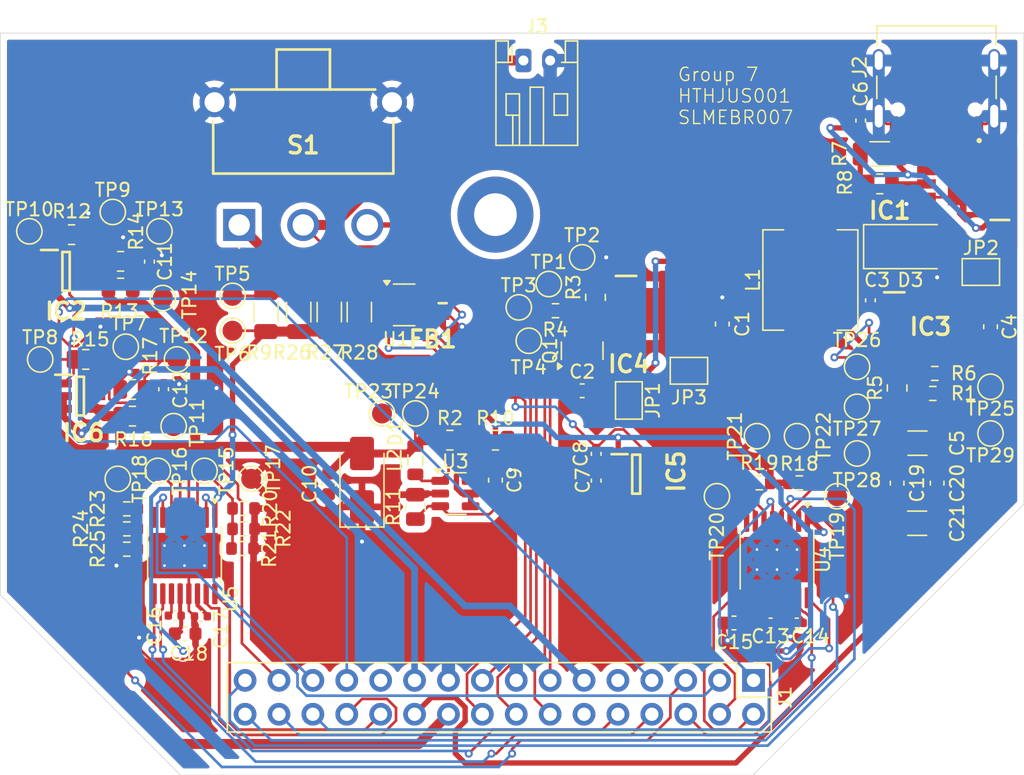
<source format=kicad_pcb>
(kicad_pcb (version 20221018) (generator pcbnew)
  (layers (0 "F.Cu" signal) (31 "B.Cu" signal) (34 "B.Paste" user) (35 "F.Paste" user) (36 "B.SilkS" user "B.Silkscreen") (37 "F.SilkS" user "F.Silkscreen") (38 "B.Mask" user) (39 "F.Mask" user) (44 "Edge.Cuts" user))
  (net 0 "")
  (net 1 "Net-(IC4-BAT)")
  (net 2 "GND")
  (net 3 "Net-(IC4-CE)")
  (net 4 "Net-(D3-K)")
  (net 5 "Net-(IC3-BOOT)")
  (net 6 "Net-(IC3-VIN)")
  (net 7 "+5V")
  (net 8 "Net-(IC1-VDD)")
  (net 9 "Monitor_out")
  (net 10 "3V3 Out")
  (net 11 "5V Out")
  (net 12 "Net-(IC2-R1{slash}C1)")
  (net 13 "Net-(IC6-R1{slash}C1)")
  (net 14 "Net-(U4-VCP)")
  (net 15 "Net-(U4-VINT)")
  (net 16 "Net-(U5B-VCP)")
  (net 17 "Net-(U5B-VINT)")
  (net 18 "Net-(IC1-DM)")
  (net 19 "Net-(IC1-CC2)")
  (net 20 "Net-(IC1-CC1)")
  (net 21 "Net-(IC1-VBUS)")
  (net 23 "Net-(IC2-R2)")
  (net 24 "EXT_LOAD2_OUT")
  (net 27 "Net-(IC3-VSENSE)")
  (net 29 "Net-(IC4-PROG)")
  (net 30 "Net-(IC6-R2)")
  (net 31 "EXT_LOAD1_OUT")
  (net 32 "CTRL_EXT_LOAD2")
  (net 33 "Motor2_B_OUT")
  (net 34 "Motor2_A_OUT")
  (net 35 "Motor4_A_OUT")
  (net 36 "MOTOR2_CTRL1")
  (net 37 "Motor4_B_OUT")
  (net 38 "MOTOR2_CTRL2")
  (net 39 "MOTOR4_CTRL1")
  (net 40 "USART2_RX")
  (net 41 "MOTOR4_CTRL2")
  (net 42 "USART2_TX")
  (net 43 "FAST_CHARGE_CTRL")
  (net 44 "Battery")
  (net 45 "I2C1_SCL")
  (net 46 "I2C1_SDA")
  (net 47 "HV")
  (net 49 "MOTOR3_CTRL1")
  (net 50 "MOTOR3_CTRL2")
  (net 51 "MOTOR3_A_OUT")
  (net 52 "MOTOR1_CTRL1")
  (net 53 "MOTOR3_B_OUT")
  (net 54 "MOTOR1_CTRL2")
  (net 55 "MOTOR1_B_OUT")
  (net 56 "MOTOR1_A_OUT")
  (net 63 "Charging")
  (net 64 "Net-(U3-SW)")
  (net 65 "Net-(Q1-D)")
  (net 66 "Net-(R1-Pad1)")
  (net 67 "Net-(R10-Pad1)")
  (net 68 "Bat_out")
  (net 69 "Net-(U3-FB)")
  (net 70 "Net-(U4-AISEN)")
  (net 71 "Net-(U4-BISEN)")
  (net 72 "Net-(U5B-AISEN)")
  (net 73 "Net-(U5B-BISEN)")
  (net 77 "ANAL_GND")
  (net 79 "CTRL_EXT_LOAD1")
  (footprint "Resistor_SMD:R_0603_1608Metric" (layer "F.Cu") (at 78.375 176.15)
    (fp_text reference "R23")
    (fp_text value "2R")
  )
  (footprint "Resistor_SMD:R_0603_1608Metric" (layer "F.Cu") (at 125.775 174.2 180)
    (fp_text reference "R19")
    (fp_text value "1R")
  )
  (footprint "Resistor_SMD:R_1206_3216Metric" (layer "F.Cu") (at 95.8 161.4 90)
    (fp_text reference "R28")
    (fp_text value "R100")
  )
  (footprint "Capacitor_SMD:C_0402_1005Metric" (layer "F.Cu") (at 126.62 184.7)
    (fp_text reference "C13")
    (fp_text value "10nF" hide)
  )
  (footprint "Resistor_SMD:R_1206_3216Metric" (layer "F.Cu") (at 93.55 161.4 90)
    (fp_text reference "R27")
    (fp_text value "R100")
  )
  (footprint "Capacitor_SMD:C_1206_3216Metric" (layer "F.Cu") (at 137.6 177.225)
    (fp_text reference "C21")
    (fp_text value "100uF")
  )
  (footprint "TestPoint:TestPoint_Pad_D1.5mm" (layer "F.Cu") (at 128.6 170.7 90)
    (fp_text reference "TP22")
    (fp_text value "TestPoint" hide)
  )
  (footprint "TestPoint:TestPoint_Pad_D1.5mm" (layer "F.Cu") (at 133.1 168.5 180)
    (fp_text reference "TP27")
    (fp_text value "TestPoint" hide)
  )
  (footprint "Capacitor_SMD:C_0402_1005Metric" (layer "F.Cu") (at 113.55 174.03 -90)
    (fp_text reference "C7")
    (fp_text value "1uF")
  )
  (footprint "Resistor_SMD:R_0603_1608Metric" (layer "F.Cu") (at 138.775 167.5)
    (fp_text reference "R1")
    (fp_text value "560R")
  )
  (footprint "Capacitor_SMD:C_0603_1608Metric" (layer "F.Cu") (at 123.875 184.7 180)
    (fp_text reference "C15")
    (fp_text value "10uF")
  )
  (footprint "Resistor_SMD:R_1206_3216Metric" (layer "F.Cu") (at 91.26 161.4 90)
    (fp_text reference "R26")
    (fp_text value "R100")
  )
  (footprint "TestPoint:TestPoint_Pad_D1.5mm" (layer "F.Cu") (at 82.1375 164.95 180)
    (fp_text reference "TP12")
    (fp_text value "TestPoint" hide)
  )
  (footprint "Resistor_SMD:R_0805_2012Metric" (layer "F.Cu") (at 113.5 160.3 90)
    (fp_text reference "R3")
    (fp_text value "5k6")
  )
  (footprint "Resistor_SMD:R_0805_2012Metric" (layer "F.Cu") (at 100 176 90)
    (fp_text reference "R11")
    (fp_text value "22k")
  )
  (footprint "Resistor_SMD:R_0805_2012Metric" (layer "F.Cu") (at 77.9125 157.6 180)
    (fp_text reference "R14")
    (fp_text value "10k" hide)
  )
  (footprint "Capacitor_SMD:C_0603_1608Metric" (layer "F.Cu") (at 139.1 174.225 90)
    (fp_text reference "C20")
    (fp_text value "10uF")
  )
  (footprint "Capacitor_SMD:C_1206_3216Metric" (layer "F.Cu") (at 137.625 171.225)
    (fp_text reference "C5")
    (fp_text value "100uF")
  )
  (footprint "Capacitor_SMD:C_0603_1608Metric" (layer "F.Cu") (at 82.75 185.5)
    (fp_text reference "C18")
    (fp_text value "10uF" hide)
  )
  (footprint "TestPoint:TestPoint_Pad_D1.5mm" (layer "F.Cu") (at 86.3 162.8)
    (fp_text reference "TP6")
    (fp_text value "TestPoint" hide)
  )
  (footprint "Capacitor_SMD:C_0603_1608Metric" (layer "F.Cu") (at 136.1 174.225 90)
    (fp_text reference "C19")
    (fp_text value "10uF")
  )
  (footprint "TestPoint:TestPoint_Pad_D1.5mm" (layer "F.Cu") (at 125.6 170.7 90)
    (fp_text reference "TP21")
    (fp_text value "TestPoint" hide)
  )
  (footprint "Type-C-31-m-12:HRO_TYPE-C-31-M-12" (layer "F.Cu") (at 139.05 142.55 180)
    (fp_text reference "J2")
    (fp_text value "TYPE-C-31-M-12")
  )
  (footprint "Capacitor_SMD:C_0402_1005Metric" (layer "F.Cu") (at 80.075 157.62 -90)
    (fp_text reference "C11")
    (fp_text value "10nF")
  )
  (footprint "Capacitor_SMD:C_0402_1005Metric" (layer "F.Cu") (at 81.1375 167.18 -90)
    (fp_text reference "C12")
    (fp_text value "10nF" hide)
  )
  (footprint "TestPoint:TestPoint_Pad_D1.5mm" (layer "F.Cu") (at 84.2 173.3 -90)
    (fp_text reference "TP15")
    (fp_text value "TestPoint" hide)
  )
  (footprint "TestPoint:TestPoint_Pad_D1.5mm" (layer "F.Cu") (at 133.1 165.5 180)
    (fp_text reference "TP26")
    (fp_text value "TestPoint" hide)
  )
  (footprint "Capacitor_SMD:C_0402_1005Metric" (layer "F.Cu") (at 81.97 184.15)
    (fp_text reference "C16")
    (fp_text value "10nF")
  )
  (footprint "Capacitor_SMD:C_0402_1005Metric" (layer "F.Cu") (at 83.93 184.2 180)
    (fp_text reference "C17")
    (fp_text value "2.2uF")
  )
  (footprint "Capacitor_SMD:C_0603_1608Metric" (layer "F.Cu") (at 112.5 167.3)
    (fp_text reference "C2")
    (fp_text value "10uF")
  )
  (footprint "TestPoint:TestPoint_Pad_D1.5mm" (layer "F.Cu") (at 77.7 173.9 -90)
    (fp_text reference "TP18")
    (fp_text value "TestPoint" hide)
  )
  (footprint "Connector_PinHeader_2.54mm:PinHeader_2x16_P2.54mm_Vertical" (layer "F.Cu") (at 125.34 189 -90)
    (fp_text reference "J1")
    (fp_text value "Conn_02x16_Odd_Even" hide)
  )
  (footprint "TPS27081ADDCR:SOT95P280X110-6N" (layer "F.Cu") (at 73.825 158.35)
    (fp_text reference "IC2")
    (fp_text value "TPS27081ADDCR" hide)
  )
  (footprint "TestPoint:TestPoint_Pad_D1.5mm" (layer "F.Cu") (at 80.825 155.35)
    (fp_text reference "TP13")
    (fp_text value "TestPoint" hide)
  )
  (footprint "TestPoint:TestPoint_Pad_D1.5mm" (layer "F.Cu") (at 81.8875 169.95)
    (fp_text reference "TP11")
    (fp_text value "TestPoint" hide)
  )
  (footprint "Resistor_SMD:R_0603_1608Metric" (layer "F.Cu") (at 78.375 177.65)
    (fp_text reference "R24")
    (fp_text value "1R")
  )
  (footprint "TP4056-42-ESOP8:SOIC127P600X175-9N" (layer "F.Cu") (at 118.5 161.3)
    (fp_text reference "IC4")
    (fp_text value "TP4056-42-ESOP8" hide)
  )
  (footprint "Capacitor_SMD:C_0402_1005Metric" (layer "F.Cu") (at 113.55 172.03 90)
    (fp_text reference "C8")
    (fp_text value "1uF")
  )
  (footprint "Diode_SMD:D_SMA" (layer "F.Cu") (at 137.1 156.5)
    (fp_text reference "D3")
    (fp_text value "SS34")
  )
  (footprint "Capacitor_SMD:C_0603_1608Metric" (layer "F.Cu") (at 143.1 162.5 -90)
    (fp_text reference "C4")
    (fp_text value "10uF")
  )
  (footprint "Package_TO_SOT_SMD:SOT-23-6" (layer "F.Cu") (at 103 175)
    (fp_text reference "U3")
    (fp_text value "MT3608")
  )
  (footprint "TestPoint:TestPoint_Pad_D1.5mm" (layer "F.Cu") (at 100 169)
    (fp_text reference "TP24")
    (fp_text value "TestPoint" hide)
  )
  (footprint "TestPoint:TestPoint_Pad_D1.5mm" (layer "F.Cu") (at 143.1 167 180)
    (fp_text reference "TP25")
    (fp_text value "TestPoint" hide)
  )
  (footprint "Resistor_SMD:R_0603_1608Metric" (layer "F.Cu") (at 110.5 161.3 180)
    (fp_text reference "R4")
    (fp_text value "2k7")
  )
  (footprint "TestPoint:TestPoint_Pad_D1.5mm" (layer "F.Cu") (at 133.1 172 180)
    (fp_text reference "TP28")
    (fp_text value "TestPoint" hide)
  )
  (footprint "Resistor_SMD:R_0805_2012Metric" (layer "F.Cu") (at 106 171)
    (fp_text reference "R10")
    (fp_text value "12K")
  )
  (footprint "Resistor_SMD:R_1206_3216Metric" (layer "F.Cu") (at 134.8 149.55)
    (fp_text reference "R7")
    (fp_text value "1k")
  )
  (footprint "Resistor_SMD:R_0805_2012Metric" (layer "F.Cu") (at 78.8 169.2)
    (fp_text reference "R16")
    (fp_text value "150k" hide)
  )
  (footprint "TestPoint:TestPoint_Pad_D1.5mm" (layer "F.Cu") (at 143.1 170.5 180)
    (fp_text reference "TP29")
    (fp_text value "TestPoint" hide)
  )
  (footprint "Resistor_SMD:R_0805_2012Metric" (layer "F.Cu") (at 136.1 167.0875 90)
    (fp_text reference "R5")
    (fp_text value "10k")
  )
  (footprint "TestPoint:TestPoint_Pad_D1.5mm" (layer "F.Cu") (at 112.5 157.3)
    (fp_text reference "TP2")
    (fp_text value "TestPoint" hide)
  )
  (footprint "TestPoint:TestPoint_Pad_D1.5mm" (layer "F.Cu") (at 131.6 175.2 90)
    (fp_text reference "TP19")
    (fp_text value "TestPoint" hide)
  )
  (footprint "TestPoint:TestPoint_Pad_D1.5mm" (layer "F.Cu") (at 78.3 164)
    (fp_text reference "TP7")
    (fp_text value "TestPoint" hide)
  )
  (footprint "Diode_SMD:D_SMA" (layer "F.Cu") (at 96 174 90)
    (fp_text reference "D1")
    (fp_text value "SS34" hide)
  )
  (footprint "Resistor_SMD:R_0805_2012Metric" (layer "F.Cu") (at 75.3 164.95 180)
    (fp_text reference "R15")
    (fp_text value "12K" hide)
  )
  (footprint "TestPoint:TestPoint_Pad_D1.5mm" (layer "F.Cu") (at 71.8875 164.95)
    (fp_text reference "TP8")
    (fp_text value "TestPoint" hide)
  )
  (footprint "Resistor_SMD:R_0603_1608Metric" (layer "F.Cu") (at 128.775 174.2)
    (fp_text reference "R18")
    (fp_text value "1R" hide)
  )
  (footprint "Resistor_SMD:R_1206_3216Metric" (layer "F.Cu") (at 88.8 161.4 90)
    (fp_text reference "R9")
    (fp_text value "R100")
  )
  (footprint "TestPoint:TestPoint_Pad_D1.5mm" (layer "F.Cu") (at 86.3 160.1875)
    (fp_text reference "TP5")
    (fp_text value "TestPoint" hide)
  )
  (footprint "TestPoint:TestPoint_Pad_D1.5mm" (layer "F.Cu") (at 110 159.3)
    (fp_text reference "TP1")
    (fp_text value "TestPoint" hide)
  )
  (footprint "Capacitor_SMD:C_0603_1608Metric" (layer "F.Cu") (at 106 174 -90)
    (fp_text reference "C9")
    (fp_text value "22uF")
  )
  (footprint "TestPoint:TestPoint_Pad_D1.5mm" (layer "F.Cu") (at 77.325 153.9)
    (fp_text reference "TP9")
    (fp_text value "TestPoint" hide)
  )
  (footprint "TestPoint:TestPoint_Pad_D1.5mm" (layer "F.Cu") (at 108.5 163.55)
    (fp_text reference "TP4")
    (fp_text value "TestPoint" hide)
  )
  (footprint "Resistor_SMD:R_0805_2012Metric" (layer "F.Cu") (at 77.9125 159.6)
    (fp_text reference "R13")
    (fp_text value "150k" hide)
  )
  (footprint "Connector_JST:JST_PH_S2B-PH-K_1x02_P2.00mm_Horizontal" (layer "F.Cu") (at 108.1 142.55)
    (fp_text reference "J3")
    (fp_text value "Conn_01x02")
  )
  (footprint "Resistor_SMD:R_0603_1608Metric" (layer "F.Cu") (at 87.05 179.12 180)
    (fp_text reference "R21")
    (fp_text value "1R")
  )
  (footprint "Resistor_SMD:R_0805_2012Metric" (layer "F.Cu") (at 102.5875 171)
    (fp_text reference "R2")
    (fp_text value "150k")
  )
  (footprint "Resistor_SMD:R_0805_2012Metric" (layer "F.Cu") (at 134.8 151.8)
    (fp_text reference "R8")
    (fp_text value "10k")
  )
  (footprint "Resistor_SMD:R_0603_1608Metric" (layer "F.Cu") (at 87.125 176.12 180)
    (fp_text reference "R20")
    (fp_text value "1R")
  )
  (footprint "Jumper:SolderJumper-2_P1.3mm_Open_TrianglePad1.0x1.5mm" (layer "F.Cu") (at 142.375 158.4)
    (fp_text reference "JP2")
    (fp_text value "SolderJumper_2_Open" hide)
  )
  (footprint "Resistor_SMD:R_0805_2012Metric" (layer "F.Cu") (at 78.8 167.2 180)
    (fp_text reference "R17")
    (fp_text value "10k" hide)
  )
  (footprint "TestPoint:TestPoint_Pad_D1.5mm" (layer "F.Cu") (at 97.5 169)
    (fp_text reference "TP23")
    (fp_text value "TestPoint" hide)
  )
  (footprint "Resistor_SMD:R_0603_1608Metric" (layer "F.Cu") (at 87.125 177.65 180)
    (fp_text reference "R22")
    (fp_text value "2R")
  )
  (footprint "CH224K:SOP100P600X180-11N" (layer "F.Cu") (at 141.05 151.8 180)
    (fp_text reference "IC1")
    (fp_text value "CH224K" hide)
  )
  (footprint "TestPoint:TestPoint_Pad_D1.5mm" (layer "F.Cu") (at 71.075 155.35)
    (fp_text reference "TP10")
    (fp_text value "TestPoint" hide)
  )
  (footprint "Capacitor_SMD:C_0603_1608Metric" (layer "F.Cu") (at 93.5 174.275 90)
    (fp_text reference "C10")
    (fp_text value "22uF")
  )
  (footprint "Capacitor_SMD:C_0402_1005Metric" (layer "F.Cu") (at 134.1 160.52 -90)
    (fp_text reference "C3")
    (fp_text value "10nF")
  )
  (footprint "Package_SO:HTSSOP-16-1EP_4.4x5mm_P0.65mm_EP3.4x5mm_Mask2.46x2.31mm_ThermalVias" (layer "F.Cu") (at 127.1 179.95 -90)
    (fp_text reference "U4")
    (fp_text value "DRV8833PWP" hide)
  )
  (footprint "TestPoint:TestPoint_Pad_D1.5mm" (layer "F.Cu") (at 107.75 161.05)
    (fp_text reference "TP3")
    (fp_text value "TestPoint" hide)
  )
  (footprint "Jumper:SolderJumper-2_P1.3mm_Open_TrianglePad1.0x1.5mm" (layer "F.Cu") (at 120.5 165.8)
    (fp_text reference "JP3")
    (fp_text value "SolderJumper_2_Open")
  )
  (footprint "Capacitor_SMD:C_0402_1005Metric" (layer "F.Cu") (at 128.58 184.7 180)
    (fp_text reference "C14")
    (fp_text value "2.2uF")
  )
  (footprint "Package_TO_SOT_SMD:SOT-23-8" (layer "F.Cu") (at 99.1625 160.8625)
    (fp_text reference "U1")
    (fp_text value "INA219AxDCN" hide)
  )
  (footprint "Capacitor_SMD:C_0402_1005Metric" (layer "F.Cu") (at 133.375 147.05 -90)
    (fp_text reference "C6")
    (fp_text value "1uF")
  )
  (footprint "TestPoint:TestPoint_Pad_D1.5mm" (layer "F.Cu") (at 80.7 173.3 -90)
    (fp_text reference "TP16")
    (fp_text value "TestPoint" hide)
  )
  (footprint "Inductor_SMD:L_Sunlord_MWSA0603S" (layer "F.Cu") (at 129.6 159 90)
    (fp_text reference "L1")
    (fp_text value "15uH" hide)
  )
  (footprint "Inductor_SMD:L_0805_2012Metric" (layer "F.Cu") (at 100 172.5 90)
    (fp_text reference "L2")
    (fp_text value "10uH")
  )
  (footprint "Resistor_SMD:R_0603_1608Metric" (layer "F.Cu") (at 138.925 166 180)
    (fp_text reference "R6")
    (fp_text value "2k7")
  )
  (footprint "MountingHole:MountingHole_3.2mm_M3_ISO7380_Pad" (layer "F.Cu") (at 106 154.1)
    (fp_text reference "REF**" hide)
    (fp_text value "MountingHole_3.2mm_M3_ISO7380_Pad" hide)
  )
  (footprint "TPS27081ADDCR:SOT95P280X110-6N" (layer "F.Cu") (at 74.8875 167.7)
    (fp_text reference "IC6")
    (fp_text value "TPS27081ADDCR" hide)
  )
  (footprint "SS-12D11G3R:SS12D11G3R" (layer "F.Cu") (at 86.8 154.875)
    (fp_text reference "S1")
    (fp_text value "SS-12D11G3R" hide)
  )
  (footprint "Capacitor_SMD:C_0603_1608Metric" (layer "F.Cu") (at 123 162.3 90)
    (fp_text reference "C1")
    (fp_text value "10uF")
  )
  (footprint "TestPoint:TestPoint_Pad_D1.5mm" (layer "F.Cu") (at 87.7 173.9 -90)
    (fp_text reference "TP17")
    (fp_text value "TestPoint" hide)
  )
  (footprint "Package_TO_SOT_SMD:SOT-23" (layer "F.Cu") (at 112.5 164.3 90)
    (fp_text reference "Q1")
    (fp_text value "AO3400A")
  )
  (footprint "TestPoint:TestPoint_Pad_D1.5mm" (layer "F.Cu") (at 122.6 175.2 90)
    (fp_text reference "TP20")
    (fp_text value "TestPoint" hide)
  )
  (footprint "TestPoint:TestPoint_Pad_D1.5mm" (layer "F.Cu") (at 81.075 160.35)
    (fp_text reference "TP14")
    (fp_text value "TestPoint" hide)
  )
  (footprint "TPS5430DDAR:SOIC127P600X170-9N" (layer "F.Cu") (at 138.6 162.5)
    (fp_text reference "IC3")
    (fp_text value "TPS5430DDAR" hide)
  )
  (footprint "Resistor_SMD:R_0603_1608Metric" (layer "F.Cu") (at 78.375 179.17)
    (fp_text reference "R25")
    (fp_text value "1R")
  )
  (footprint "GZ1608D601TF:BEADC1608X95N" (layer "F.Cu") (at 102.05 160.7375 -90)
    (fp_text reference "FB1")
    (fp_text value "FerriteBead" hide)
  )
  (footprint "Resistor_SMD:R_0805_2012Metric" (layer "F.Cu") (at 74.2375 155.6 180)
    (fp_text reference "R12")
    (fp_text value "12K" hide)
  )
  (footprint "Jumper:SolderJumper-2_P1.3mm_Open_TrianglePad1.0x1.5mm" (layer "F.Cu") (at 116 168.025 -90)
    (fp_text reference "JP1")
    (fp_text value "SolderJumper_2_Open" hide)
  )
  (footprint "TPAP2112K-3.3TRG1:SOT95P280X125-5N" (layer "F.Cu") (at 116.55 173.55)
    (fp_text reference "IC5")
    (fp_text value "TPAP2112K-3.3TRG1" hide)
  )
  (footprint "Package_SO:HTSSOP-16-1EP_4.4x5mm_P0.65mm_EP3.4x5mm_Mask2.46x2.31mm_ThermalVias" (layer "F.Cu") (at 82.7 179.65 -90)
    (fp_text reference "U5")
    (fp_text value "DRV8833PWP" hide)
  )
  (gr_line (start 68.9 140.5) (end 145.6 140.5) (stroke (width 0.05)) (layer "Edge.Cuts"))
  (gr_line (start 68.9 140.6) (end 68.9 140.5) (stroke (width 0.05)) (layer "Edge.Cuts"))
  (gr_line (start 82.4 196.1) (end 68.9 182.6) (stroke (width 0.05)) (layer "Edge.Cuts"))
  (gr_line (start 145.6 175.8) (end 145.6 140.5) (stroke (width 0.05)) (layer "Edge.Cuts"))
  (gr_line (start 125.7 195.7) (end 145.3 176.1) (stroke (width 0.05)) (layer "Edge.Cuts"))
  (gr_line (start 145.3 176.1) (end 145.6 175.8) (stroke (width 0.05)) (layer "Edge.Cuts"))
  (gr_line (start 125.7 195.7) (end 125.3 196.1) (stroke (width 0.05)) (layer "Edge.Cuts"))
  (gr_line (start 125.3 196.1) (end 82.4 196.1) (stroke (width 0.05)) (layer "Edge.Cuts"))
  (gr_line (start 68.9 182.6) (end 68.9 140.6) (stroke (width 0.05)) (layer "Edge.Cuts"))
  (gr_text "Group 7\nHTHJUS001\nSLMEBR007\n" (at 119.6 147.4) (layer "F.SilkS") (effects (font (size 1 1) (thickness 0.1)) (justify left bottom)))
  (segment (start 121.225 163.218) (end 121.212 163.205) (width 0.4) (layer "F.Cu") (net 1))
  (segment (start 121.225 165.8) (end 121.225 163.218) (width 0.4) (layer "F.Cu") (net 1))
  (segment (start 121.212 163.205) (end 122.87 163.205) (width 0.4) (layer "F.Cu") (net 1))
  (segment (start 122.87 163.205) (end 123 163.075) (width 0.4) (layer "F.Cu") (net 1))
  (segment (start 123 161.525) (end 121.622 161.525) (width 0.2) (layer "F.Cu") (net 2))
  (segment (start 77.325 153.9) (end 75.625 155.6) (width 0.2) (layer "F.Cu") (net 2))
  (segment (start 136.8 153.3) (end 136.7 153.3) (width 0.2) (layer "F.Cu") (net 2))
  (segment (start 82.3 166.8) (end 82.4 166.9) (width 0.2) (layer "F.Cu") (net 2))
  (segment (start 76.4 162.5) (end 76.8 162.5) (width 0.2) (layer "F.Cu") (net 2))
  (segment (start 103.5 162.5) (end 103.5 162.6) (width 0.2) (layer "F.Cu") (net 2))
  (segment (start 128.1 185.7) (end 128.1 185.6) (width 0.2) (layer "F.Cu") (net 2))
  (segment (start 77.8875 167.2) (end 77.8875 166.551838) (width 0.2) (layer "F.Cu") (net 2))
  (segment (start 77.7 173.9) (end 77.7 176) (width 0.2) (layer "F.Cu") (net 2))
  (segment (start 77.55 179.17) (end 77.55 180.35) (width 0.2) (layer "F.Cu") (net 2))
  (segment (start 106 173.225) (end 107.375 173.225) (width 0.2) (layer "F.Cu") (net 2))
  (segment (start 81.1375 166.7) (end 82.2 166.7) (width 0.2) (layer "F.Cu") (net 2))
  (segment (start 116.2005 159.395) (end 115.788 159.395) (width 0.2) (layer "F.Cu") (net 2))
  (segment (start 121.622 161.525) (end 121.212 161.935) (width 0.2) (layer "F.Cu") (net 2))
  (segment (start 82.2 166.7) (end 82.3 166.8) (width 0.2) (layer "F.Cu") (net 2))
  (segment (start 123.1 185.7) (end 123.4 186) (width 0.2) (layer "F.Cu") (net 2))
  (segment (start 123.1 184.7) (end 123.1 185.7) (width 0.2) (layer "F.Cu") (net 2))
  (segment (start 118.5 161.3) (end 116.9345 161.3) (width 0.2) (layer "F.Cu") (net 2))
  (segment (start 79.3 186.6) (end 79.3 185.8) (width 0.2) (layer "F.Cu") (net 2))
  (segment (start 136.7 153.3) (end 136.8 153.2) (width 0.2) (layer "F.Cu") (net 2))
  (segment (start 83.025 180.725) (end 82.7 180.4) (width 0.2) (layer "F.Cu") (net 2))
  (segment (start 79.3 185.8) (end 79.3 185.9) (width 0.2) (layer "F.Cu") (net 2))
  (segment (start 77 157.6) (end 77 156.6) (width 0.2) (layer "F.Cu") (net 2))
  (segment (start 113.45 163.3105) (end 114.8255 161.935) (width 0.2) (layer "F.Cu") (net 2))
  (segment (start 77.6 180.4) (end 77.55 180.45) (width 0.2) (layer "F.Cu") (net 2))
  (segment (start 83.525 186.723529) (end 82.848529 187.4) (width 0.2) (layer "F.Cu") (net 2))
  (segment (start 135.85 147.3) (end 135.305 147.3) (width 0.2) (layer "F.Cu") (net 2))
  (segment (start 113.45 165.2375) (end 111.725 166.9625) (width 0.2) (layer "F.Cu") (net 2))
  (segment (start 83.025 182.5125) (end 83.025 180.725) (width 0.2) (layer "F.Cu") (net 2))
  (segment (start 127.425 182.8125) (end 127.425 184.025) (width 0.2) (layer "F.Cu") (net 2))
  (segment (start 142.795 147.3) (end 143.375 146.72) (width 0.2) (layer "F.Cu") (net 2))
  (segment (start 76.2125 164.95) (end 76.2125 162.6875) (width 0.2) (layer "F.Cu") (net 2))
  (segment (start 96 176) (end 96 178.6) (width 0.2) (layer "F.Cu") (net 2))
  (segment (start 102.4375 161.5375) (end 103.4 162.5) (width 0.2) (layer "F.Cu") (net 2))
  (segment (start 77.8875 166.551838) (end 78.569669 165.869669) (width 0.2) (layer "F.Cu") (net 2))
  (segment (start 83.025 182.5125) (end 83.025 183.775) (width 0.2) (layer "F.Cu") (net 2))
  (segment (start 141.05 151.8) (end 140.05 152.8) (width 0.2) (layer "F.Cu") (net 2))
  (segment (start 111.725 166.9625) (end 111.725 167.3) (width 0.2) (layer "F.Cu") (net 2))
  (segment (start 141.312 163.135) (end 139.235 163.135) (width 0.2) (layer "F.Cu") (net 2))
  (segment (start 76.2125 162.6875) (end 76.4 162.5) (width 0.2) (layer "F.Cu") (net 2))
  (segment (start 83.45 185.425) (end 83.525 185.5) (width 0.2) (layer "F.Cu") (net 2))
  (segment (start 83.45 184.2) (end 83.45 185.425) (width 0.2) (layer "F.Cu") (net 2))
  (segment (start 127.425 184.025) (end 128.1 184.7) (width 0.2) (layer "F.Cu") (net 2))
  (segment (start 83.525 185.5) (end 83.525 186.723529) (width 0.2) (layer "F.Cu") (net 2))
  (segment (start 121.212 161.115) (end 121.622 161.525) (width 0.2) (layer "F.Cu") (net 2))
  (segment (start 76.8 162.5) (end 78.3 164) (width 0.2) (layer "F.Cu") (net 2))
  (segment (start 103.5 162.6) (end 103.4 162.5) (width 0.2) (layer "F.Cu") (net 2))
  (segment (start 75.5 154) (end 77.225 154) (width 0.2) (layer "F.Cu") (net 2))
  (segment (start 116.2305 161.935) (end 116.9 161.2655) (width 0.2) (layer "F.Cu") (net 2))
  (segment (start 123.4 186) (end 123.3 185.9) (width 0.2) (layer "F.Cu") (net 2))
  (segment (start 116.9345 161.3) (end 116.9 161.2655) (width 0.2) (layer "F.Cu") (net 2))
  (segment (start 135.305 147.3) (end 134.725 146.72) (width 0.2) (layer "F.Cu") (net 2))
  (segment (start 121.212 160.665) (end 119.135 160.665) (width 0.2) (layer "F.Cu") (net 2))
  (segment (start 123 161.525) (end 123 160.3) (width 0.2) (layer "F.Cu") (net 2))
  (segment (start 113.45 165.2375) (end 113.45 163.3105) (width 0.2) (layer "F.Cu") (net 2))
  (segment (start 103.4 162.5) (end 103.5 162.5) (width 0.2) (layer "F.Cu") (net 2))
  (segment (start 116.9 161.2655) (end 116.9 160.0945) (width 0.2) (layer "F.Cu") (net 2))
  (segment (start 123 160.3) (end 123 160.2) (width 0.2) (layer "F.Cu") (net 2))
  (segment (start 75.625 155.6) (end 75.15 155.6) (width 0.2) (layer "F.Cu") (net 2))
  (segment (start 114.8255 161.935) (end 115.788 161.935) (width 0.2) (layer "F.Cu") (net 2))
  (segment (start 119.135 160.665) (end 118.5 161.3) (width 0.2) (layer "F.Cu") (net 2))
  (segment (start 137.2 152.8) (end 136.8 153.2) (width 0.2) (layer "F.Cu") (net 2))
  (segment (start 83.025 183.775) (end 83.45 184.2) (width 0.2) (layer "F.Cu") (net 2))
  (segment (start 136.8 153.2) (end 136.8 153.3) (width 0.2) (layer "F.Cu") (net 2))
  (segment (start 77.225 154) (end 77.325 153.9) (width 0.2) (layer "F.Cu") (net 2))
  (segment (start 96 178.6) (end 96 178.5) (width 0.2) (layer "F.Cu") (net 2))
  (segment (start 77 156.6) (end 78.1 155.8) (width 0.2) (layer "F.Cu") (net 2))
  (segment (start 77.55 180.35) (end 77.6 180.4) (width 0.2) (layer "F.Cu") (net 2))
  (segment (start 112.5 157.3) (end 114.3 157.3) (width 0.2) (layer "F.Cu") (net 2))
  (segment (start 143.8 151.8) (end 141.05 151.8) (width 0.2) (layer "F.Cu") (net 2))
  (segment (start 107.1 173.225) (end 107.125 173.2) (width 0.2) (layer "F.Cu") (net 2))
  (segment (start 121.212 160.665) (end 121.212 161.115) (width 0.2) (layer "F.Cu") (net 2))
  (segment (start 115.788 161.935) (end 116.2305 161.935) (width 0.2) (layer "F.Cu") (net 2))
  (segment (start 138.3 152.8) (end 137.2 152.8) (width 0.2) (layer "F.Cu") (net 2))
  (segment (start 139.235 163.135) (end 138.6 162.5) (width 0.2) (layer "F.Cu") (net 2))
  (segment (start 80.1 187.4) (end 79.3 186.6) (width 0.2) (layer "F.Cu") (net 2))
  (segment (start 77.7 176) (end 77.55 176.15) (width 0.2) (layer "F.Cu") (net 2))
  (segment (start 102.05 161.5375) (end 102.4375 161.5375) (width 0.2) (layer "F.Cu") (net 2))
  (segment (start 128.1 184.7) (end 128.1 185.7) (width 0.2) (layer "F.Cu") (net 2))
  (segment (start 116.9 160.0945) (end 116.2005 159.395) (width 0.2) (layer "F.Cu") (net 2))
  (segment (start 142.25 147.3) (end 142.795 147.3) (width 0.2) (layer "F.Cu") (net 2))
  (segment (start 140.05 152.8) (end 138.3 152.8) (width 0.2) (layer "F.Cu") (net 2))
  (segment (start 81 157.14) (end 80.075 157.14) (width 0.2) (layer "F.Cu") (net 2))
  (segment (start 78.569669 165.869669) (end 78.5 165.8) (width 0.2) (layer "F.Cu") (net 2))
  (segment (start 82.848529 187.4) (end 80.1 187.4) (width 0.2) (layer "F.Cu") (net 2))
  (segment (start 139.1 156.5) (end 139.1 158.8) (width 0.2) (layer "F.Cu") (net 2))
  (via (at 81 157.14) (size 0.6) (drill 0.3) (layers "F.Cu" "B.Cu") (net 2))
  (via (at 79.3 185.8) (size 0.6) (drill 0.3) (layers "F.Cu" "B.Cu") (net 2))
  (via (at 132.3 182.7) (size 0.6) (drill 0.3) (layers "F.Cu" "B.Cu") (net 2))
  (via (at 114.3 157.3) (size 0.6) (drill 0.3) (layers "F.Cu" "B.Cu") (net 2))
  (via (at 75.5 154) (size 0.6) (drill 0.3) (layers "F.Cu" "B.Cu") (net 2))
  (via (at 123 160.3) (size 0.6) (drill 0.3) (layers "F.Cu" "B.Cu") (net 2))
  (via (at 78.1 155.8) (size 0.6) (drill 0.3) (layers "F.Cu" "B.Cu") (net 2))
  (via (at 136.8 153.3) (size 0.6) (drill 0.3) (layers "F.Cu" "B.Cu") (net 2))
  (via (at 128.1 185.7) (size 0.6) (drill 0.3) (layers "F.Cu" "B.Cu") (net 2))
  (via (at 78.569669 165.869669) (size 0.6) (drill 0.3) (layers "F.Cu" "B.Cu") (net 2))
  (via (at 123.4 186) (size 0.6) (drill 0.3) (layers "F.Cu" "B.Cu") (net 2))
  (via (at 76.4 162.5) (size 0.6) (drill 0.3) (layers "F.Cu" "B.Cu") (net 2))
  (via (at 82.3 166.8) (size 0.6) (drill 0.3) (layers "F.Cu" "B.Cu") (net 2))
  (via (at 139.1 158.8) (size 0.6) (drill 0.3) (layers "F.Cu" "B.Cu") (net 2))
  (via (at 103.5 162.5) (size 0.6) (drill 0.3) (layers "F.Cu" "B.Cu") (net 2))
  (via (at 85.1 167.1) (size 0.6) (drill 0.3) (layers "F.Cu" "B.Cu") (net 2))
  (via (at 107.1 173.225) (size 0.6) (drill 0.3) (layers "F.Cu" "B.Cu") (net 2))
  (via (at 96 178.6) (size 0.6) (drill 0.3) (layers "F.Cu" "B.Cu") (net 2))
  (via (at 77.6 180.4) (size 0.6) (drill 0.3) (layers "F.Cu" "B.Cu") (net 2))
  (segment (start 128.1 185.7) (end 128.051471 185.7) (width 0.2) (layer "B.Cu") (net 2))
  (segment (start 127.2 187.048529) (end 127.551471 187.4) (width 0.2) (layer "B.Cu") (net 2))
  (segment (start 128.051471 185.7) (end 127.2 186.551471) (width 0.2) (layer "B.Cu") (net 2))
  (segment (start 131.251471 182.7) (end 132.3 182.7) (width 0.2) (layer "B.Cu") (net 2))
  (segment (start 132.3 182.7) (end 132.4 182.7) (width 0.2) (layer "B.Cu") (net 2))
  (segment (start 130.7 183.251471) (end 131.251471 182.7) (width 0.2) (layer "B.Cu") (net 2))
  (segment (start 127.2 186.551471) (end 127.2 187.048529) (width 0.2) (layer "B.Cu") (net 2))
  (segment (start 128.097057 187.4) (end 130.7 184.797057) (width 0.2) (layer "B.Cu") (net 2))
  (segment (start 130.7 184.797057) (end 130.7 183.251471) (width 0.2) (layer "B.Cu") (net 2))
  (segment (start 127.551471 187.4) (end 128.097057 187.4) (width 0.2) (layer "B.Cu") (net 2))
  (segment (start 116 167.3) (end 118 165.3) (width 0.4) (layer "F.Cu") (net 3))
  (segment (start 116 163.417) (end 115.788 163.205) (width 0.4) (layer "F.Cu") (net 3))
  (segment (start 116 167.3) (end 113.275 167.3) (width 0.4) (layer "F.Cu") (net 3))
  (segment (start 119.417 157.6) (end 121.212 159.395) (width 0.4) (layer "F.Cu") (net 3))
  (segment (start 118 165.3) (end 118 165.2) (width 0.4) (layer "F.Cu") (net 3))
  (segment (start 116 167.3) (end 116 163.417) (width 0.4) (layer "F.Cu") (net 3))
  (segment (start 118 157.6) (end 119.417 157.6) (width 0.4) (layer "F.Cu") (net 3))
  (via (at 118 165.2) (size 0.6) (drill 0.3) (layers "F.Cu" "B.Cu") (net 3))
  (via (at 118 157.6) (size 0.6) (drill 0.3) (layers "F.Cu" "B.Cu") (net 3))
  (segment (start 118 165.2) (end 118 157.6) (width 0.4) (layer "B.Cu") (net 3))
  (segment (start 134.27 159.87) (end 134.1 160.04) (width 0.4) (layer "F.Cu") (net 4))
  (segment (start 134.1 157.5) (end 135.1 156.5) (width 0.4) (layer "F.Cu") (net 4))
  (segment (start 135.1 156.5) (end 130.125 156.5) (width 0.4) (layer "F.Cu") (net 4))
  (segment (start 140.587 159.87) (end 134.27 159.87) (width 0.4) (layer "F.Cu") (net 4))
  (segment (start 141.312 160.595) (end 140.587 159.87) (width 0.4) (layer "F.Cu") (net 4))
  (segment (start 130.125 156.5) (end 129.6 155.975) (width 0.4) (layer "F.Cu") (net 4))
  (segment (start 134.1 160.04) (end 134.1 157.5) (width 0.4) (layer "F.Cu") (net 4))
  (segment (start 134.505 160.595) (end 134.1 161) (width 0.2) (layer "F.Cu") (net 5))
  (segment (start 135.888 160.595) (end 134.505 160.595) (width 0.2) (layer "F.Cu") (net 5))
  (segment (start 141.65 158.4) (end 141.65 159.15) (width 0.4) (layer "F.Cu") (net 6))
  (segment (start 141.65 159.15) (end 143.1 160.6) (width 0.4) (layer "F.Cu") (net 6))
  (segment (start 143.1 161.725) (end 141.452 161.725) (width 0.4) (layer "F.Cu") (net 6))
  (segment (start 141.452 161.725) (end 141.312 161.865) (width 0.4) (layer "F.Cu") (net 6))
  (segment (start 143.1 160.6) (end 143.1 161.725) (width 0.4) (layer "F.Cu") (net 6))
  (segment (start 135.225 172.15) (end 135.075 172) (width 0.4) (layer "F.Cu") (net 7))
  (segment (start 133.1 168.5) (end 134.7 166.9) (width 0.4) (layer "F.Cu") (net 7))
  (segment (start 135.225 174.125) (end 136.1 175) (width 0.4) (layer "F.Cu") (net 7))
  (segment (start 136.1 171.175) (end 136.15 171.225) (width 0.4) (layer "F.Cu") (net 7))
  (segment (start 135 165.275) (end 135 166.9) (width 0.4) (layer "F.Cu") (net 7))
  (segment (start 136.1 168) (end 136.1 171.175) (width 0.4) (layer "F.Cu") (net 7))
  (segment (start 136.1 177.2) (end 136.125 177.225) (width 0.4) (layer "F.Cu") (net 7))
  (segment (start 129.6 162.025) (end 122.875 168.75) (width 0.4) (layer "F.Cu") (net 7))
  (segment (start 134.7 166.9) (end 135 166.9) (width 0.4) (layer "F.Cu") (net 7))
  (segment (start 135.225 172.15) (end 135.225 174.125) (width 0.4) (layer "F.Cu") (net 7))
  (segment (start 135.075 172) (end 133.1 172) (width 0.4) (layer "F.Cu") (net 7))
  (segment (start 136.15 171.225) (end 135.225 172.15) (width 0.4) (layer "F.Cu") (net 7))
  (segment (start 131.75 162.025) (end 135 165.275) (width 0.4) (layer "F.Cu") (net 7))
  (segment (start 122.875 168.75) (end 116 168.75) (width 0.4) (layer "F.Cu") (net 7))
  (segment (start 136.1 175) (end 136.1 177.2) (width 0.4) (layer "F.Cu") (net 7))
  (segment (start 129.6 162.025) (end 131.75 162.025) (width 0.4) (layer "F.Cu") (net 7))
  (segment (start 136.1 175) (end 139.1 175) (width 0.4) (layer "F.Cu") (net 7))
  (segment (start 135 166.9) (end 136.1 168) (width 0.4) (layer "F.Cu") (net 7))
  (segment (start 142.5 155.1) (end 142 155.1) (width 0.4) (layer "F.Cu") (net 8))
  (segment (start 136.2625 150.4625) (end 136.9 151.1) (width 0.4) (layer "F.Cu") (net 8))
  (segment (start 143.8 153.8) (end 142.5 155.1) (width 0.4) (layer "F.Cu") (net 8))
  (segment (start 142 155.1) (end 142.2 155.1) (width 0.4) (layer "F.Cu") (net 8))
  (segment (start 131.1 147.6) (end 133.305 147.6) (width 0.4) (layer "F.Cu") (net 8))
  (segment (start 136.2625 149.55) (end 136.2625 150.4625) (width 0.4) (layer "F.Cu") (net 8))
  (segment (start 133.305 147.6) (end 133.375 147.53) (width 0.4) (layer "F.Cu") (net 8))
  (via (at 131.1 147.6) (size 0.6) (drill 0.3) (layers "F.Cu" "B.Cu") (net 8))
  (via (at 142 155.1) (size 0.6) (drill 0.3) (layers "F.Cu" "B.Cu") (net 8))
  (via (at 136.9 151.1) (size 0.6) (drill 0.3) (layers "F.Cu" "B.Cu") (net 8))
  (segment (start 142 155.1) (end 138.1 151.2) (width 0.4) (layer "B.Cu") (net 8))
  (segment (start 138.1 151.2) (end 136.9 151.1) (width 0.4) (layer "B.Cu") (net 8))
  (segment (start 136.9 151.1) (end 134.4 151.1) (width 0.4) (layer "B.Cu") (net 8))
  (segment (start 136.9 151.1) (end 136.9 151.2) (width 0.4) (layer "B.Cu") (net 8))
  (segment (start 131.1 147.8) (end 131.1 147.6) (width 0.4) (layer "B.Cu") (net 8))
  (segment (start 134.4 151.1) (end 131.1 147.8) (width 0.4) (layer "B.Cu") (net 8))
  (segment (start 106 169.8) (end 106 171.859882) (width 0.4) (layer "F.Cu") (net 9))
  (segment (start 93.55 162.8625) (end 95.8 162.8625) (width 0.75) (layer "F.Cu") (net 9))
  (segment (start 129.7875 177.0875) (end 130.6 177.9) (width 0.4) (layer "F.Cu") (net 9))
  (segment (start 126.775 182.8125) (end 126.82 182.8575) (width 0.4) (layer "F.Cu") (net 9))
  (segment (start 127.8 186.8) (end 126.75 186.8) (width 0.4) (layer "F.Cu") (net 9))
  (segment (start 127.1 184.817556) (end 126.507556 185.41) (width 0.4) (layer "F.Cu") (net 9))
  (segment (start 126.75 186.8) (end 124.65 184.7) (width 0.4) (layer "F.Cu") (net 9))
  (segment (start 104.1375 175) (end 105.775 175) (width 0.4) (layer "F.Cu") (net 9))
  (segment (start 84.975 175.525) (end 85.2 175.3) (width 0.4) (layer "F.Cu") (net 9))
  (segment (start 97.362501 160.5375) (end 95.8 162.100001) (width 0.2) (layer "F.Cu") (net 9))
  (segment (start 115.2 172.5) (end 115.3 172.6) (width 0.4) (layer "F.Cu") (net 9))
  (segment (start 129.375 177.0875) (end 129.7875 177.0875) (width 0.4) (layer "F.Cu") (net 9))
  (segment (start 103.475001 175) (end 104.1375 175) (width 0.4) (layer "F.Cu") (net 9))
  (segment (start 113.56 174.5) (end 113.55 174.51) (width 0.4) (layer "F.Cu") (net 9))
  (segment (start 115.3 174.5) (end 113.56 174.5) (width 0.4) (layer "F.Cu") (net 9))
  (segment (start 126.775 182.8125) (end 126.775 183.659878) (width 0.4) (layer "F.Cu") (net 9))
  (segment (start 101 164.8) (end 106 169.8) (width 0.4) (layer "F.Cu") (net 9))
  (segment (start 95.8 162.8625) (end 95.8 162.88995) (width 0.4) (layer "F.Cu") (net 9))
  (segment (start 105.115987 172.743895) (end 103.999131 172.743895) (width 0.4) (layer "F.Cu") (net 9))
  (segment (start 81.975 185.5) (end 81.975 186.175) (width 0.3) (layer "F.Cu") (net 9))
  (segment (start 88.8 162.8625) (end 91.26 162.8625) (width 0.75) (layer "F.Cu") (net 9))
  (segment (start 103.075 173.668026) (end 103.075 174.599999) (width 0.4) (layer "F.Cu") (net 9))
  (segment (start 86.3 165.3625) (end 88.8 162.8625) (width 0.4) (layer "F.Cu") (net 9))
  (segment (start 91.26 162.8625) (end 93.55 162.8625) (width 0.75) (layer "F.Cu") (net 9))
  (segment (start 95.8 162.100001) (end 95.8 162.8625) (width 0.2) (layer "F.Cu") (net 9))
  (segment (start 95.8 162.88995) (end 97.71005 164.8) (width 0.4) (layer "F.Cu") (net 9))
  (segment (start 98.025 160.5375) (end 97.362501 160.5375) (width 0.2) (layer "F.Cu") (net 9))
  (segment (start 88.7375 162.8) (end 88.8 162.8625) (width 0.2) (layer "F.Cu") (net 9))
  (segment (start 86.3 162.8) (end 88.7375 162.8) (width 0.2) (layer "F.Cu") (net 9))
  (segment (start 115.3 172.6) (end 114.55 172.6) (width 0.4) (layer "F.Cu") (net 9))
  (segment (start 114.55 174.5) (end 115.3 174.5) (width 0.4) (layer "F.Cu") (net 9))
  (segment (start 82.375 184.075) (end 82.45 184.15) (width 0.3) (layer "F.Cu") (net 9))
  (segment (start 82.45 185.35) (end 82.4 185.4) (width 0.3) (layer "F.Cu") (net 9))
  (segment (start 115.2 170.8) (end 115.2 172.5) (width 0.4) (layer "F.Cu") (net 9))
  (segment (start 82.45 185.025) (end 81.975 185.5) (width 0.3) (layer "F.Cu") (net 9))
  (segment (start 84.975 176.7875) (end 84.975 175.525) (width 0.4) (layer "F.Cu") (net 9))
  (segment (start 103.999131 172.743895) (end 103.075 173.668026) (width 0.4) (layer "F.Cu") (net 9))
  (segment (start 81.975 186.175) (end 82.6 186.8) (width 0.3) (layer "F.Cu") (net 9))
  (segment (start 114.55 172.6) (end 114.3 172.85) (width 0.4) (layer "F.Cu") (net 9))
  (segment (start 82.375 182.5125) (end 82.375 184.075) (width 0.3) (layer "F.Cu") (net 9))
  (segment (start 126.82 184.42) (end 127.1 184.7) (width 0.4) (layer "F.Cu") (net 9))
  (segment (start 127.1 184.7) (end 127.1 184.817556) (width 0.4) (layer "F.Cu") (net 9))
  (segment (start 125.36 185.41) (end 124.65 184.7) (width 0.4) (layer "F.Cu") (net 9))
  (segment (start 103.075 174.599999) (end 103.475001 175) (width 0.4) (layer "F.Cu") (net 9))
  (segment (start 82.45 184.15) (end 82.45 185.025) (width 0.3) (layer "F.Cu") (net 9))
  (segment (start 114.3 174.25) (end 114.55 174.5) (width 0.4) (layer "F.Cu") (net 9))
  (segment (start 86.3 170.6) (end 86.3 165.3625) (width 0.4) (layer "F.Cu") (net 9))
  (segment (start 88.625 162.6875) (end 88.8 162.8625) (width 0.2) (layer "F.Cu") (net 9))
  (segment (start 106 171.859882) (end 105.115987 172.743895) (width 0.4) (layer "F.Cu") (net 9))
  (segment (start 126.507556 185.41) (end 125.36 185.41) (width 0.4) (layer "F.Cu") (net 9))
  (segment (start 97.71005 164.8) (end 101 164.8) (width 0.4) (layer "F.Cu") (net 9))
  (segment (start 114.3 172.85) (end 114.3 174.25) (width 0.4) (layer "F.Cu") (net 9))
  (segment (start 105.775 175) (end 106 174.775) (width 0.4) (layer "F.Cu") (net 9))
  (segment (start 126.82 182.8575) (end 126.82 184.42) (width 0.4) (layer "F.Cu") (net 9))
  (segment (start 104.1375 175) (end 104.1375 175.95) (width 0.4) (layer "F.Cu") (net 9))
  (via (at 82.6 186.8) (size 0.6) (drill 0.3) (layers "F.Cu" "B.Cu") (net 9))
  (via (at 85.2 175.3) (size 0.6) (drill 0.3) (layers "F.Cu" "B.Cu") (net 9))
  (via (at 86.3 170.6) (size 0.6) (drill 0.3) (layers "F.Cu" "B.Cu") (net 9))
  (via (at 115.2 170.8) (size 0.6) (drill 0.3) (layers "F.Cu" "B.Cu") (net 9))
  (via (at 127.8 186.8) (size 0.6) (drill 0.3) (layers "F.Cu" "B.Cu") (net 9))
  (via (at 130.6 177.9) (size 0.6) (drill 0.3) (layers "F.Cu" "B.Cu") (net 9))
  (via (at 106 169.8) (size 0.6) (drill 0.3) (layers "F.Cu" "B.Cu") (net 9))
  (segment (start 127.8 186.8) (end 127.98995 186.8) (width 0.4) (layer "B.Cu") (net 9))
  (segment (start 129.61005 177.9) (end 127.4 175.68995) (width 0.4) (layer "B.Cu") (net 9))
  (segment (start 82.6 186.8) (end 80.2 184.4) (width 0.3) (layer "B.Cu") (net 9))
  (segment (start 129.61005 185.1799) (end 129.61005 177.9) (width 0.4) (layer "B.Cu") (net 9))
  (segment (start 127.4 174.7) (end 123.5 170.8) (width 0.4) (layer "B.Cu") (net 9))
  (segment (start 84.95 174.65) (end 85.2 174.9) (width 0.3) (layer "B.Cu") (net 9))
  (segment (start 86.3 174.2) (end 86.3 170.6) (width 0.4) (layer "B.Cu") (net 9))
  (segment (start 85.2 175.3) (end 86.3 174.2) (width 0.4) (layer "B.Cu") (net 9))
  (segment (start 85.2 174.9) (end 85.2 175.3) (width 0.3) (layer "B.Cu") (net 9))
  (segment (start 80.2 175.280761) (end 80.830761 174.65) (width 0.3) (layer "B.Cu") (net 9))
  (segment (start 110.6 170.8) (end 115.2 170.8) (width 0.4) (layer "B.Cu") (net 9))
  (segment (start 130.6 177.9) (end 129.61005 177.9) (width 0.4) (layer "B.Cu") (net 9))
  (segment (start 127.4 175.68995) (end 127.4 174.7) (width 0.4) (layer "B.Cu") (net 9))
  (segment (start 123.5 170.8) (end 115.2 170.8) (width 0.4) (layer "B.Cu") (net 9))
  (segment (start 109.6 169.8) (end 110.6 170.8) (width 0.4) (layer "B.Cu") (net 9))
  (segment (start 80.830761 174.65) (end 84.95 174.65) (width 0.3) (layer "B.Cu") (net 9))
  (segment (start 80.2 184.4) (end 80.2 175.280761) (width 0.3) (layer "B.Cu") (net 9))
  (segment (start 106 169.8) (end 109.6 169.8) (width 0.4) (layer "B.Cu") (net 9))
  (segment (start 127.98995 186.8) (end 129.61005 185.1799) (width 0.4) (layer "B.Cu") (net 9))
  (segment (start 98.025 161.8375) (end 98 164.1) (width 0.2) (layer "F.Cu") (net 10))
  (segment (start 103.87 188.523654) (end 108.193654 184.2) (width 0.2) (layer "F.Cu") (net 10))
  (segment (start 107.934314 167.8) (end 108.233984 168.09967) (width 0.2) (layer "F.Cu") (net 10))
  (segment (start 103.87 190.39) (end 103.87 188.523654) (width 0.2) (layer "F.Cu") (net 10))
  (segment (start 113.601471 171.55) (end 114.951471 170.2) (width 0.2) (layer "F.Cu") (net 10))
  (segment (start 113.55 171.55) (end 113.601471 171.55) (width 0.2) (layer "F.Cu") (net 10))
  (segment (start 108.193654 184.2) (end 108.233984 184.2) (width 0.2) (layer "F.Cu") (net 10))
  (segment (start 102.6875 160.7875) (end 101.3125 160.7875) (width 0.2) (layer "F.Cu") (net 10))
  (segment (start 105.034314 167.8) (end 107.5 167.8) (width 0.2) (layer "F.Cu") (net 10))
  (segment (start 108.233984 168.09967) (end 108.233984 184.2) (width 0.2) (layer "F.Cu") (net 10))
  (segment (start 107.5 167.8) (end 107.9 167.8) (width 0.2) (layer "F.Cu") (net 10))
  (segment (start 113.55 171.55) (end 111.8 169.8) (width 0.2) (layer "F.Cu") (net 10))
  (segment (start 101.0625 160.5375) (end 100.3 160.5375) (width 0.2) (layer "F.Cu") (net 10))
  (segment (start 101.3125 160.7875) (end 101.0625 160.5375) (width 0.2) (layer "F.Cu") (net 10))
  (segment (start 107.9 167.8) (end 107.934314 167.8) (width 0.2) (layer "F.Cu") (net 10))
  (segment (start 117.8 172.4) (end 117.8 172.6) (width 0.2) (layer "F.Cu") (net 10))
  (segment (start 101.334314 164.1) (end 105.034314 167.8) (width 0.2) (layer "F.Cu") (net 10))
  (segment (start 107.5 168.5) (end 107.5 167.8) (width 0.2) (layer "F.Cu") (net 10))
  (segment (start 105.02 191.54) (end 103.87 190.39) (width 0.2) (layer "F.Cu") (net 10))
  (segment (start 114.951471 170.2) (end 115.6 170.2) (width 0.2) (layer "F.Cu") (net 10))
  (segment (start 98 164.1) (end 101.334314 164.1) (width 0.2) (layer "F.Cu") (net 10))
  (segment (start 103.5 161.6) (end 102.6875 160.7875) (width 0.2) (layer "F.Cu") (net 10))
  (segment (start 115.6 170.2) (end 117.8 172.4) (width 0.2) (layer "F.Cu") (net 10))
  (segment (start 98 164.1) (end 98.025 163.875) (width 0.2) (layer "F.Cu") (net 10))
  (via (at 98 164.1) (size 0.6) (drill 0.3) (layers "F.Cu" "B.Cu") (net 10))
  (via (at 111.8 169.8) (size 0.6) (drill 0.3) (layers "F.Cu" "B.Cu") (net 10))
  (via (at 103.5 161.6) (size 0.6) (drill 0.3) (layers "F.Cu" "B.Cu") (net 10))
  (via (at 107.5 168.5) (size 0.6) (drill 0.3) (layers "F.Cu" "B.Cu") (net 10))
  (segment (start 103.5 161.6) (end 101 164.1) (width 0.2) (layer "B.Cu") (net 10))
  (segment (start 111.8 169.8) (end 110.5 168.5) (width 0.2) (layer "B.Cu") (net 10))
  (segment (start 110.5 168.5) (end 107.5 168.5) (width 0.2) (layer "B.Cu") (net 10))
  (segment (start 101 164.1) (end 98 164.1) (width 0.2) (layer "B.Cu") (net 10))
  (segment (start 96 172) (end 95 172) (width 0.6) (layer "F.Cu") (net 11))
  (segment (start 77.8875 171.161333) (end 77.8875 169.2) (width 0.75) (layer "F.Cu") (net 11))
  (segment (start 83.5 164.438667) (end 83.5 171.4) (width 0.75) (layer "F.Cu") (net 11))
  (segment (start 79.675 160.875) (end 82.425 163.625) (width 0.75) (layer "F.Cu") (net 11))
  (segment (start 83.4 171.5) (end 95.5 171.5) (width 0.75) (layer "F.Cu") (net 11))
  (segment (start 76.7 159.3) (end 77 159.6) (width 0.75) (layer "F.Cu") (net 11))
  (segment (start 76.6875 169.2) (end 76.1375 168.65) (width 0.75) (layer "F.Cu") (net 11))
  (segment (start 95.65 171.65) (end 96 172) (width 0.6) (layer "F.Cu") (net 11))
  (segment (start 77.8875 169.2) (end 76.6875 169.2) (width 0.75) (layer "F.Cu") (net 11))
  (segment (start 78.226167 171.5) (end 77.8875 171.161333) (width 0.75) (layer "F.Cu") (net 11))
  (segment (start 99.4375 172) (end 100 171.4375) (width 0.6) (layer "F.Cu") (net 11))
  (segment (start 78.226167 171.5) (end 83.4 171.5) (width 0.75) (layer "F.Cu") (net 11))
  (segment (start 100.255 193.765) (end 82.165 193.765) (width 0.75) (layer "F.Cu") (net 11))
  (segment (start 100 171.4375) (end 100 169) (width 0.2) (layer "F.Cu") (net 11))
  (segment (start 82.686333 163.625) (end 83.5 164.438667) (width 0.75) (layer "F.Cu") (net 11))
  (segment (start 82.425 163.625) (end 82.686333 163.625) (width 0.75) (layer "F.Cu") (net 11))
  (segment (start 77 159.6) (end 77 160.3) (width 0.75) (layer "F.Cu") (net 11))
  (segment (start 77.575 160.875) (end 79.675 160.875) (width 0.75) (layer "F.Cu") (net 11))
  (segment (start 75.075 159.3) (end 76.7 159.3) (width 0.75) (layer "F.Cu") (net 11))
  (segment (start 100.4375 171) (end 100 171.4375) (width 0.75) (layer "F.Cu") (net 11))
  (segment (start 83.5 171.4) (end 83.4 171.5) (width 0.75) (layer "F.Cu") (net 11))
  (segment (start 95 172) (end 93.5 173.5) (width 0.6) (layer "F.Cu") (net 11))
  (segment (start 95.5 171.5) (end 96 172) (width 0.75) (layer "F.Cu") (net 11))
  (segment (start 102.48 191.54) (end 100.255 193.765) (width 0.75) (layer "F.Cu") (net 11))
  (segment (start 77 160.3) (end 77.575 160.875) (width 0.75) (layer "F.Cu") (net 11))
  (segment (start 76.375 173.351167) (end 78.226167 171.5) (width 0.75) (layer "F.Cu") (net 11))
  (segment (start 101.675 171) (end 100.4375 171) (width 0.75) (layer "F.Cu") (net 11))
  (segment (start 76.375 187.975) (end 76.375 173.351167) (width 0.75) (layer "F.Cu") (net 11))
  (segment (start 82.165 193.765) (end 76.375 187.975) (width 0.75) (layer "F.Cu") (net 11))
  (segment (start 96 172) (end 99.4375 172) (width 0.6) (layer "F.Cu") (net 11))
  (segment (start 81.075 159.1) (end 80.075 158.1) (width 0.2) (layer "F.Cu") (net 12))
  (segment (start 76.309925 156.4) (end 78.409925 154.3) (width 0.2) (layer "F.Cu") (net 12))
  (segment (start 75.075 157.4) (end 76.075 156.4) (width 0.2) (layer "F.Cu") (net 12))
  (segment (start 78.409925 154.3) (end 81.3 154.3) (width 0.2) (layer "F.Cu") (net 12))
  (segment (start 80.075 158.1) (end 80.075 158.35) (width 0.2) (layer "F.Cu") (net 12))
  (segment (start 80.888529 158.1) (end 80.075 158.1) (width 0.2) (layer "F.Cu") (net 12))
  (segment (start 80.075 158.35) (end 78.825 159.6) (width 0.2) (layer "F.Cu") (net 12))
  (segment (start 81.875 157.113529) (end 80.888529 158.1) (width 0.2) (layer "F.Cu") (net 12))
  (segment (start 81.875 154.875) (end 81.875 157.113529) (width 0.2) (layer "F.Cu") (net 12))
  (segment (start 81.075 160.35) (end 81.075 159.1) (width 0.2) (layer "F.Cu") (net 12))
  (segment (start 76.075 156.4) (end 76.309925 156.4) (width 0.2) (layer "F.Cu") (net 12))
  (segment (start 81.3 154.3) (end 81.875 154.875) (width 0.2) (layer "F.Cu") (net 12))
  (segment (start 78.7125 168.2) (end 77.3625 168.2) (width 0.2) (layer "F.Cu") (net 13))
  (segment (start 81.1375 169.2) (end 81.8875 169.95) (width 0.2) (layer "F.Cu") (net 13))
  (segment (start 79.7125 169.2) (end 81.1375 169.2) (width 0.2) (layer "F.Cu") (net 13))
  (segment (start 76.9625 166.75) (end 76.1375 166.75) (width 0.2) (layer "F.Cu") (net 13))
  (segment (start 79.7125 169.085) (end 81.1375 167.66) (width 0.2) (layer "F.Cu") (net 13))
  (segment (start 77.0625 167.9) (end 77.0625 166.85) (width 0.2) (layer "F.Cu") (net 13))
  (segment (start 77.0625 166.85) (end 76.9625 166.75) (width 0.2) (layer "F.Cu") (net 13))
  (segment (start 79.7125 169.2) (end 78.7125 168.2) (width 0.2) (layer "F.Cu") (net 13))
  (segment (start 79.7125 169.2) (end 79.7125 169.085) (width 0.2) (layer "F.Cu") (net 13))
  (segment (start 77.3625 168.2) (end 77.0625 167.9) (width 0.2) (layer "F.Cu") (net 13))
  (segment (start 126.14 182.8275) (end 126.125 182.8125) (width 0.2) (layer "F.Cu") (net 14))
  (segment (start 126.14 184.7) (end 126.14 182.8275) (width 0.2) (layer "F.Cu") (net 14))
  (segment (start 128.075 183.659878) (end 128.405122 183.99) (width 0.4) (layer "F.Cu") (net 15))
  (segment (start 129.06 184.582444) (end 129.06 184.7) (width 0.4) (layer "F.Cu") (net 15))
  (segment (start 128.467556 183.99) (end 129.06 184.582444) (width 0.4) (layer "F.Cu") (net 15))
  (segment (start 128.405122 183.99) (end 128.467556 183.99) (width 0.4) (layer "F.Cu") (net 15))
  (segment (start 128.075 182.8125) (end 128.075 183.659878) (width 0.4) (layer "F.Cu") (net 15))
  (segment (start 81.725 183.915) (end 81.725 182.5125) (width 0.2) (layer "F.Cu") (net 16))
  (segment (start 81.49 184.15) (end 81.725 183.915) (width 0.2) (layer "F.Cu") (net 16))
  (segment (start 83.675 183.368154) (end 84.41 184.103154) (width 0.3) (layer "F.Cu") (net 17))
  (segment (start 83.675 182.5125) (end 83.675 183.368154) (width 0.3) (layer "F.Cu") (net 17))
  (segment (start 84.41 184.103154) (end 84.41 184.2) (width 0.3) (layer "F.Cu") (net 17))
  (segment (start 143.8 150.8) (end 143.8 149.8) (width 0.2) (layer "F.Cu") (net 18))
  (segment (start 137.3 148.12) (end 138.3 149.12) (width 0.2) (layer "F.Cu") (net 19))
  (segment (start 137.3 147.3) (end 137.3 148.12) (width 0.2) (layer "F.Cu") (net 19))
  (segment (start 138.3 149.12) (end 138.3 149.8) (width 0.2) (layer "F.Cu") (net 19))
  (segment (start 139.2 150.8) (end 138.3 150.8) (width 0.2) (layer "F.Cu") (net 20))
  (segment (start 140.3 147.3) (end 140.3 148.12) (width 0.2) (layer "F.Cu") (net 20))
  (segment (start 139.3 150.7) (end 139.2 150.8) (width 0.2) (layer "F.Cu") (net 20))
  (segment (start 140.3 148.12) (end 139.3 149.12) (width 0.2) (layer "F.Cu") (net 20))
  (segment (start 139.3 149.12) (end 139.3 150.7) (width 0.2) (layer "F.Cu") (net 20))
  (segment (start 138.3 151.8) (end 135.7125 151.8) (width 0.4) (layer "F.Cu") (net 21))
  (segment (start 73.325 156.65) (end 72.575 157.4) (width 0.2) (layer "F.Cu") (net 23))
  (segment (start 73.325 155.6) (end 71.325 155.6) (width 0.2) (layer "F.Cu") (net 23))
  (segment (start 73.325 155.6) (end 73.325 156.65) (width 0.2) (layer "F.Cu") (net 23))
  (segment (start 71.325 155.6) (end 71.075 155.35) (width 0.2) (layer "F.Cu") (net 23))
  (segment (start 72.575 158.35) (end 72.575 159.3) (width 0.5) (layer "F.Cu") (net 24))
  (segment (start 72.575 159.575) (end 74.1 161.1) (width 0.5) (layer "F.Cu") (net 24))
  (segment (start 72.575 159.3) (end 72.575 159.575) (width 0.5) (layer "F.Cu") (net 24))
  (via (at 74.1 161.1) (size 0.6) (drill 0.3) (layers "F.Cu" "B.Cu") (net 24))
  (segment (start 103.72 183.430051) (end 107.070051 183.430051) (width 0.5) (layer "B.Cu") (net 24))
  (segment (start 74.1 161.1) (end 81.389949 161.1) (width 0.5) (layer "B.Cu") (net 24))
  (segment (start 107.070051 183.430051) (end 112.64 189) (width 0.5) (layer "B.Cu") (net 24))
  (segment (start 81.389949 161.1) (end 103.72 183.430051) (width 0.5) (layer "B.Cu") (net 24))
  (segment (start 135.888 164.405) (end 136.23 164.405) (width 0.2) (layer "F.Cu") (net 27))
  (segment (start 136.23 164.405) (end 137.05 165.225) (width 0.2) (layer "F.Cu") (net 27))
  (segment (start 134 162.9545) (end 134 162.2) (width 0.2) (layer "F.Cu") (net 27))
  (segment (start 135.888 164.405) (end 135.4505 164.405) (width 0.2) (layer "F.Cu") (net 27))
  (segment (start 132.4 164.8) (end 133.1 165.5) (width 0.2) (layer "F.Cu") (net 27))
  (segment (start 136.1 166.175) (end 137.05 165.225) (width 0.2) (layer "F.Cu") (net 27))
  (segment (start 134 162.2) (end 134 162.4) (width 0.2) (layer "F.Cu") (net 27))
  (segment (start 137.05 165.225) (end 138.975 165.225) (width 0.2) (layer "F.Cu") (net 27))
  (segment (start 138.975 165.225) (end 139.75 166) (width 0.2) (layer "F.Cu") (net 27))
  (segment (start 135.4505 164.405) (end 134 162.9545) (width 0.2) (layer "F.Cu") (net 27))
  (segment (start 131.4 164.8) (end 132.4 164.8) (width 0.2) (layer "F.Cu") (net 27))
  (via (at 134 162.2) (size 0.6) (drill 0.3) (layers "F.Cu" "B.Cu") (net 27))
  (via (at 131.4 164.8) (size 0.6) (drill 0.3) (layers "F.Cu" "B.Cu") (net 27))
  (segment (start 131.4 164.8) (end 131.5 164.7) (width 0.2) (layer "B.Cu") (net 27))
  (segment (start 134 162.2) (end 131.4 164.8) (width 0.2) (layer "B.Cu") (net 27))
  (segment (start 111.325 160.625) (end 110 159.3) (width 0.2) (layer "F.Cu") (net 29))
  (segment (start 111.4125 161.2125) (end 111.325 161.3) (width 0.2) (layer "F.Cu") (net 29))
  (segment (start 113.5 161.2125) (end 115.2405 161.2125) (width 0.2) (layer "F.Cu") (net 29))
  (segment (start 108.25 161.05) (end 107.75 161.05) (width 0.2) (layer "F.Cu") (net 29))
  (segment (start 110 159.3) (end 108.25 161.05) (width 0.2) (layer "F.Cu") (net 29))
  (segment (start 115.2405 161.2125) (end 115.788 160.665) (width 0.2) (layer "F.Cu") (net 29))
  (segment (start 111.325 161.3) (end 111.325 160.625) (width 0.2) (layer "F.Cu") (net 29))
  (segment (start 113.5 161.2125) (end 111.4125 161.2125) (width 0.2) (layer "F.Cu") (net 29))
  (segment (start 74.3875 164.95) (end 74.3875 166) (width 0.2) (layer "F.Cu") (net 30))
  (segment (start 74.3875 164.95) (end 71.8875 164.95) (width 0.2) (layer "F.Cu") (net 30))
  (segment (start 74.3875 166) (end 73.6375 166.75) (width 0.2) (layer "F.Cu") (net 30))
  (segment (start 73.6375 169.2375) (end 74.9 170.5) (width 0.5) (layer "F.Cu") (net 31))
  (segment (start 73.6375 168.65) (end 73.6375 169.2375) (width 0.5) (layer "F.Cu") (net 31))
  (segment (start 73.6375 167.7) (end 73.6375 168.65) (width 0.5) (layer "F.Cu") (net 31))
  (segment (start 75 170.5) (end 75 170.6) (width 0.5) (layer "F.Cu") (net 31))
  (segment (start 74.9 170.5) (end 75 170.5) (width 0.5) (layer "F.Cu") (net 31))
  (via (at 75 170.5) (size 0.6) (drill 0.3) (layers "F.Cu" "B.Cu") (net 31))
  (segment (start 75.65 169.85) (end 79.8 165.7) (width 0.5) (layer "B.Cu") (net 31))
  (segment (start 75 170.5) (end 75.65 169.85) (width 0.5) (layer "B.Cu") (net 31))
  (segment (start 84.999999 165.7) (end 89.1 169.800001) (width 0.5) (layer "B.Cu") (net 31))
  (segment (start 99.94 180.64) (end 99.94 189) (width 0.5) (layer "B.Cu") (net 31))
  (segment (start 79.8 165.7) (end 84.999999 165.7) (width 0.5) (layer "B.Cu") (net 31))
  (segment (start 89.15 169.85) (end 99.94 180.64) (width 0.5) (layer "B.Cu") (net 31))
  (segment (start 77.609744 165.05) (end 80.97684 165.05) (width 0.2) (layer "F.Cu") (net 32))
  (segment (start 74.101471 163.95) (end 74.648529 163.95) (width 0.2) (layer "F.Cu") (net 32))
  (segment (start 82.1375 164.95) (end 82.0375 165.05) (width 0.2) (layer "F.Cu") (net 32))
  (segment (start 75.8 162.2) (end 76.1 161.9) (width 0.2) (layer "F.Cu") (net 32))
  (segment (start 81.07684 164.95) (end 79.7125 166.31434) (width 0.2) (layer "F.Cu") (net 32))
  (segment (start 75.8 162.798529) (end 75.8 162.2) (width 0.2) (layer "F.Cu") (net 32))
  (segment (start 75.2125 166.15) (end 75.2125 167.35) (width 0.2) (layer "F.Cu") (net 32))
  (segment (start 81.07684 164.95) (end 80.97684 165.05) (width 0.2) (layer "F.Cu") (net 32))
  (segment (start 78.02684 161.9) (end 81.07684 164.95) (width 0.2) (layer "F.Cu") (net 32))
  (segment (start 73.3 161.4) (end 73.3 161.3) (width 0.2) (layer "F.Cu") (net 32))
  (segment (start 74.648529 163.95) (end 75.8 162.798529) (width 0.2) (layer "F.Cu") (net 32))
  (segment (start 76.509744 166.15) (end 77.609744 165.05) (width 0.2) (layer "F.Cu") (net 32))
  (segment (start 75.5625 167.7) (end 76.1375 167.7) (width 0.2) (layer "F.Cu") (net 32))
  (segment (start 82.1375 164.95) (end 81.07684 164.95) (width 0.2) (layer "F.Cu") (net 32))
  (segment (start 76.509744 166.15) (end 75.2125 166.15) (width 0.2) (layer "F.Cu") (net 32))
  (segment (start 79.7125 166.31434) (end 79.7125 167.2) (width 0.2) (layer "F.Cu") (net 32))
  (segment (start 75.2125 167.35) (end 75.5625 167.7) (width 0.2) (layer "F.Cu") (net 32))
  (segment (start 76.1 161.9) (end 78.02684 161.9) (width 0.2) (layer "F.Cu") (net 32))
  (segment (start 73.3 161.4) (end 73.3 163.148529) (width 0.2) (layer "F.Cu") (net 32))
  (segment (start 82.0375 165.05) (end 77.865075 165.05) (width 0.2) (layer "F.Cu") (net 32))
  (segment (start 73.3 163.148529) (end 74.101471 163.95) (width 0.2) (layer "F.Cu") (net 32))
  (via (at 73.3 161.4) (size 0.6) (drill 0.3) (layers "F.Cu" "B.Cu") (net 32))
  (segment (start 73.3 161.051471) (end 73.951471 160.4) (width 0.2) (layer "B.Cu") (net 32))
  (segment (start 73.951471 160.4) (end 89.12 160.4) (width 0.2) (layer "B.Cu") (net 32))
  (segment (start 89.12 160.4) (end 117.72 189) (width 0.2) (layer "B.Cu") (net 32))
  (segment (start 73.3 161.4) (end 73.3 161.051471) (width 0.2) (layer "B.Cu") (net 32))
  (segment (start 126.775 175.625) (end 126.8 175.6) (width 0.2) (layer "F.Cu") (net 33))
  (segment (start 126.8 175.6) (end 126.775 175.575) (width 0.2) (layer "F.Cu") (net 33))
  (segment (start 126.775 177.0875) (end 126.775 175.625) (width 0.2) (layer "F.Cu") (net 33))
  (via (at 126.6 175.6) (size 0.6) (drill 0.3) (layers "F.Cu" "B.Cu") (net 33))
  (segment (start 126.6 175.6) (end 126.6 175.8) (width 0.2) (layer "B.Cu") (net 33))
  (segment (start 122.8 186.3) (end 125.34 188.84) (width 0.2) (layer "B.Cu") (net 33))
  (segment (start 122.8 179.6) (end 122.8 186.3) (width 0.2) (layer "B.Cu") (net 33))
  (segment (start 125.34 188.84) (end 125.34 189) (width 0.2) (layer "B.Cu") (net 33))
  (segment (start 126.8 175.6) (end 126.8 175.6) (width 0.2) (layer "B.Cu") (net 33))
  (segment (start 125.05 188.71) (end 125.34 189) (width 0.2) (layer "B.Cu") (net 33))
  (segment (start 126.8 175.6) (end 126.6 175.6) (width 0.2) (layer "B.Cu") (net 33))
  (segment (start 126.6 175.8) (end 122.8 179.6) (width 0.2) (layer "B.Cu") (net 33))
  (segment (start 125.093456 176) (end 124.556544 176) (width 0.2) (layer "F.Cu") (net 34))
  (segment (start 125.475 177.0875) (end 125.475 176.381544) (width 0.2) (layer "F.Cu") (net 34))
  (segment (start 121.65 178.906544) (end 121.65 192.016346) (width 0.2) (layer "F.Cu") (net 34))
  (segment (start 124.19 192.69) (end 125.34 191.54) (width 0.2) (layer "F.Cu") (net 34))
  (segment (start 124.556544 176) (end 121.65 178.906544) (width 0.2) (layer "F.Cu") (net 34))
  (segment (start 122.323654 192.69) (end 124.19 192.69) (width 0.2) (layer "F.Cu") (net 34))
  (segment (start 121.65 192.016346) (end 122.323654 192.69) (width 0.2) (layer "F.Cu") (net 34))
  (segment (start 125.475 176.381544) (end 125.093456 176) (width 0.2) (layer "F.Cu") (net 34))
  (segment (start 81.075 176.7875) (end 81.075 175.325) (width 0.2) (layer "F.Cu") (net 35))
  (segment (start 81.075 175.325) (end 81.1 175.3) (width 0.2) (layer "F.Cu") (net 35))
  (segment (start 81.1 175.3) (end 81.075 175.275) (width 0.2) (layer "F.Cu") (net 35))
  (via (at 81.1 175.3) (size 0.6) (drill 0.3) (layers "F.Cu" "B.Cu") (net 35))
  (segment (start 91.17 189.476346) (end 91.843654 190.15) (width 0.2) (layer "B.Cu") (net 35))
  (segment (start 83.596346 180.95) (end 91.17 188.523654) (width 0.2) (layer "B.Cu") (net 35))
  (segment (start 121.65 190.15) (end 122.8 189) (width 0.2) (layer "B.Cu") (net 35))
  (segment (start 80.65 180.95) (end 83.596346 180.95) (width 0.2) (layer "B.Cu") (net 35))
  (segment (start 81.1 175.3) (end 80.65 175.75) (width 0.2) (layer "B.Cu") (net 35))
  (segment (start 91.17 188.523654) (end 91.17 189.476346) (width 0.2) (layer "B.Cu") (net 35))
  (segment (start 91.843654 190.15) (end 121.65 190.15) (width 0.2) (layer "B.Cu") (net 35))
  (segment (start 80.65 175.75) (end 80.65 180.95) (width 0.2) (layer "B.Cu") (net 35))
  (segment (start 123.95 190.39) (end 122.8 191.54) (width 0.2) (layer "F.Cu") (net 36))
  (segment (start 123.763804 182.8125) (end 122.35 184.226304) (width 0.2) (layer "F.Cu") (net 36))
  (segment (start 122.35 186.923654) (end 123.95 188.523654) (width 0.2) (layer "F.Cu") (net 36))
  (segment (start 123.95 188.523654) (end 123.95 190.39) (width 0.2) (layer "F.Cu") (net 36))
  (segment (start 124.825 182.8125) (end 123.763804 182.8125) (width 0.2) (layer "F.Cu") (net 36))
  (segment (start 122.35 184.226304) (end 122.35 186.923654) (width 0.2) (layer "F.Cu") (net 36))
  (segment (start 107.91 193.49) (end 117.396346 193.49) (width 0.2) (layer "F.Cu") (net 37))
  (segment (start 107.25 194.49) (end 107.25 194.15) (width 0.2) (layer "F.Cu") (net 37))
  (segment (start 78.787352 175.375) (end 78.5 175.662352) (width 0.2) (layer "F.Cu") (net 37))
  (segment (start 78.5 175.662352) (end 78.5 186.86274) (width 0.2) (layer "F.Cu") (net 37))
  (segment (start 119.11 190.15) (end 120.26 189) (width 0.2) (layer "F.Cu") (net 37))
  (segment (start 119.11 191.776346) (end 119.11 190.15) (width 0.2) (layer "F.Cu") (net 37))
  (segment (start 80.265075 172.25) (end 78.787352 173.727723) (width 0.2) (layer "F.Cu") (net 37))
  (segment (start 78.5 186.86274) (end 78.5 188.5) (width 0.2) (layer "F.Cu") (net 37))
  (segment (start 81.55061 172.25) (end 80.265075 172.25) (width 0.2) (layer "F.Cu") (net 37))
  (segment (start 82.375 173.07439) (end 81.55061 172.25) (width 0.2) (layer "F.Cu") (net 37))
  (segment (start 82.375 176.7875) (end 82.375 173.07439) (width 0.2) (layer "F.Cu") (net 37))
  (segment (start 78.5 188.5) (end 79 189) (width 0.2) (layer "F.Cu") (net 37))
  (segment (start 78.787352 173.727723) (end 78.787352 175.375) (width 0.2) (layer "F.Cu") (net 37))
  (segment (start 117.396346 193.49) (end 119.11 191.776346) (width 0.2) (layer "F.Cu") (net 37))
  (segment (start 107.25 194.15) (end 107.91 193.49) (width 0.2) (layer "F.Cu") (net 37))
  (via (at 79 189) (size 0.6) (drill 0.3) (layers "F.Cu" "B.Cu") (net 37))
  (via (at 107.25 194.49) (size 0.6) (drill 0.3) (layers "F.Cu" "B.Cu") (net 37))
  (segment (start 85.5 195.5) (end 79 189) (width 0.2) (layer "B.Cu") (net 37))
  (segment (start 85.51 195.49) (end 85.5 195.5) (width 0.2) (layer "B.Cu") (net 37))
  (segment (start 106.25 195.49) (end 85.51 195.49) (width 0.2) (layer "B.Cu") (net 37))
  (segment (start 107.25 194.49) (end 106.25 195.49) (width 0.2) (layer "B.Cu") (net 37))
  (segment (start 123.9 185.26) (end 126.6 187.96) (width 0.2) (layer "F.Cu") (net 38))
  (segment (start 125.416346 193.09) (end 121.81 193.09) (width 0.2) (layer "F.Cu") (net 38))
  (segment (start 126.6 191.906346) (end 125.416346 193.09) (width 0.2) (layer "F.Cu") (net 38))
  (segment (start 123.9 184.176304) (end 123.9 185.26) (width 0.2) (layer "F.Cu") (net 38))
  (segment (start 125.475 182.8125) (end 125.475 183.599999) (width 0.2) (layer "F.Cu") (net 38))
  (segment (start 126.6 187.96) (end 126.6 191.906346) (width 0.2) (layer "F.Cu") (net 38))
  (segment (start 125.475 183.599999) (end 125.174999 183.9) (width 0.2) (layer "F.Cu") (net 38))
  (segment (start 124.176304 183.9) (end 123.9 184.176304) (width 0.2) (layer "F.Cu") (net 38))
  (segment (start 121.81 193.09) (end 120.26 191.54) (width 0.2) (layer "F.Cu") (net 38))
  (segment (start 125.174999 183.9) (end 124.176304 183.9) (width 0.2) (layer "F.Cu") (net 38))
  (segment (start 116.17 193.09) (end 117.72 191.54) (width 0.2) (layer "F.Cu") (net 39))
  (segment (start 106.06147 194.49) (end 107.46147 193.09) (width 0.2) (layer "F.Cu") (net 39))
  (segment (start 80.425 186.575) (end 80.3 186.7) (width 0.2) (layer "F.Cu") (net 39))
  (segment (start 105.7 194.49) (end 106.06147 194.49) (width 0.2) (layer "F.Cu") (net 39))
  (segment (start 80.425 182.5125) (end 80.425 186.575) (width 0.2) (layer "F.Cu") (net 39))
  (segment (start 107.46147 193.09) (end 116.17 193.09) (width 0.2) (layer "F.Cu") (net 39))
  (segment (start 80.3 186.7) (end 80.425 186.825) (width 0.2) (layer "F.Cu") (net 39))
  (via (at 80.3 186.7) (size 0.6) (drill 0.3) (layers "F.Cu" "B.Cu") (net 39))
  (via (at 105.7 194.49) (size 0.6) (drill 0.3) (layers "F.Cu" "B.Cu") (net 39))
  (segment (start 80.3 187.357718) (end 80.3 186.7) (width 0.2) (layer "B.Cu") (net 39))
  (segment (start 88.032282 195.09) (end 80.3 187.357718) (width 0.2) (layer "B.Cu") (net 39))
  (segment (start 105.7 194.49) (end 105.1 195.09) (width 0.2) (layer "B.Cu") (net 39))
  (segment (start 105.1 195.09) (end 88.032282 195.09) (width 0.2) (layer "B.Cu") (net 39))
  (segment (start 81.075 183.628866) (end 80.91 183.793866) (width 0.2) (layer "F.Cu") (net 41))
  (segment (start 81.075 182.5125) (end 81.075 183.628866) (width 0.2) (layer "F.Cu") (net 41))
  (segment (start 80.91 186.51) (end 81.1 186.7) (width 0.2) (layer "F.Cu") (net 41))
  (segment (start 114.03 192.69) (end 115.18 191.54) (width 0.2) (layer "F.Cu") (net 41))
  (segment (start 105.8 192.69) (end 114.03 192.69) (width 0.2) (layer "F.Cu") (net 41))
  (segment (start 80.91 183.793866) (end 80.91 186.51) (width 0.2) (layer "F.Cu") (net 41))
  (segment (start 104 194.49) (end 105.8 192.69) (width 0.2) (layer "F.Cu") (net 41))
  (via (at 81.1 186.7) (size 0.6) (drill 0.3) (layers "F.Cu" "B.Cu") (net 41))
  (via (at 104 194.49) (size 0.6) (drill 0.3) (layers "F.Cu" "B.Cu") (net 41))
  (segment (start 103.8 194.29) (end 87.797968 194.29) (width 0.2) (layer "B.Cu") (net 41))
  (segment (start 81.1 187.592032) (end 81.1 186.7) (width 0.2) (layer "B.Cu") (net 41))
  (segment (start 104 194.49) (end 103.8 194.29) (width 0.2) (layer "B.Cu") (net 41))
  (segment (start 87.797968 194.29) (end 81.1 187.592032) (width 0.2) (layer "B.Cu") (net 41))
  (segment (start 110.1 189) (end 110.1 166.6875) (width 0.2) (layer "F.Cu") (net 43))
  (segment (start 110.1 166.6875) (end 111.55 165.2375) (width 0.2) (layer "F.Cu") (net 43))
  (segment (start 106.21477 142.55) (end 93.88977 154.875) (width 0.75) (layer "F.Cu") (net 44))
  (segment (start 109.7 187.2) (end 109.7 166.234925) (width 0.2) (layer "F.Cu") (net 44))
  (segment (start 103 159.534925) (end 103 159.5) (width 0.2) (layer "F.Cu") (net 44))
  (segment (start 110.1 191.54) (end 108.95 190.39) (width 0.2) (layer "F.Cu") (net 44))
  (segment (start 108.95 190.39) (end 108.95 187.95) (width 0.2) (layer "F.Cu") (net 44))
  (segment (start 108.1 142.55) (end 106.21477 142.55) (width 0.75) (layer "F.Cu") (net 44))
  (segment (start 108.1 142.85) (end 108.1 142.55) (width 0.75) (layer "F.Cu") (net 44))
  (segment (start 108.95 187.95) (end 109.7 187.2) (width 0.2) (layer "F.Cu") (net 44))
  (segment (start 93.225 156.5) (end 91.6 154.875) (width 0.2) (layer "F.Cu") (net 44))
  (segment (start 109.7 166.234925) (end 103 159.534925) (width 0.2) (layer "F.Cu") (net 44))
  (segment (start 93.88977 154.875) (end 91.6 154.875) (width 0.75) (layer "F.Cu") (net 44))
  (segment (start 103 159.5) (end 100 156.5) (width 0.2) (layer "F.Cu") (net 44))
  (segment (start 100 156.5) (end 93.225 156.5) (width 0.2) (layer "F.Cu") (net 44))
  (segment (start 106.17 190.15) (end 107.56 191.54) (width 0.2) (layer "F.Cu") (net 45))
  (segment (start 100.3 161.8375) (end 105.4625 167) (width 0.2) (layer "F.Cu") (net 45))
  (segment (start 108.265686 167) (end 109.066827 167.801141) (width 0.2) (layer "F.Cu") (net 45))
  (segment (start 108.266827 186.666827) (end 106.17 188.763654) (width 0.2) (layer "F.Cu") (net 45))
  (segment (start 109.066827 167.801141) (end 109.066827 185.866827) (width 0.2) (layer "F.Cu") (net 45))
  (segment (start 106.17 188.763654) (end 106.17 190.15) (width 0.2) (layer "F.Cu") (net 45))
  (segment (start 105.4625 167) (end 108.265686 167) (width 0.2) (layer "F.Cu") (net 45))
  (segment (start 109.066827 185.866827) (end 108.266827 186.666827) (width 0.2) (layer "F.Cu") (net 45))
  (segment (start 100.6375 163.5) (end 99.3375 162.2) (width 0.2) (layer "F.Cu") (net 46))
  (segment (start 108.1 167.4) (end 108.633984 167.933984) (width 0.2) (layer "F.Cu") (net 46))
  (segment (start 108.1 167.4) (end 105.2 167.4) (width 0.2) (layer "F.Cu") (net 46))
  (segment (start 99.3375 162.2) (end 99.3375 162.2375) (width 0.2) (layer "F.Cu") (net 46))
  (segment (start 101.3 163.5) (end 100.6375 163.5) (width 0.2) (layer "F.Cu") (net 46))
  (segment (start 100.3 161.1875) (end 99.682994 161.1875) (width 0.2) (layer "F.Cu") (net 46))
  (segment (start 99.3375 161.532994) (end 99.3375 162.2) (width 0.2) (layer "F.Cu") (net 46))
  (segment (start 108.633984 185.386016) (end 105.02 189) (width 0.2) (layer "F.Cu") (net 46))
  (segment (start 105.2 167.4) (end 101.3 163.5) (width 0.2) (layer "F.Cu") (net 46))
  (segment (start 99.682994 161.1875) (end 99.3375 161.532994) (width 0.2) (layer "F.Cu") (net 46))
  (segment (start 108.633984 167.933984) (end 108.633984 185.386016) (width 0.2) (layer "F.Cu") (net 46))
  (segment (start 144.07 148.27) (end 141.55 148.27) (width 0.4) (layer "F.Cu") (net 47))
  (segment (start 144.25 174.963452) (end 124.023452 195.19) (width 0.4) (layer "F.Cu") (net 47))
  (segment (start 103.71005 195.19) (end 102.997767 194.477717) (width 0.4) (layer "F.Cu") (net 47))
  (segment (start 136.55 148.27) (end 136.65 148.17) (width 0.4) (layer "F.Cu") (net 47))
  (segment (start 102.997767 194.477717) (end 102.997767 192.79) (width 0.4) (layer "F.Cu") (net 47))
  (segment (start 101.19 190.29) (end 99.94 191.54) (width 0.4) (layer "F.Cu") (net 47))
  (segment (start 102.997767 190.29) (end 101.19 190.29) (width 0.4) (layer "F.Cu") (net 47))
  (segment (start 141.55 148.27) (end 141.45 148.17) (width 0.4) (layer "F.Cu") (net 47))
  (segment (start 136.65 148.17) (end 136.65 147.3) (width 0.4) (layer "F.Cu") (net 47))
  (segment (start 124.023452 195.19) (end 103.71005 195.19) (width 0.4) (layer "F.Cu") (net 47))
  (segment (start 103.73 191.022233) (end 102.997767 190.29) (width 0.4) (layer "F.Cu") (net 47))
  (segment (start 133.8875 151.8) (end 136.6375 154.55) (width 0.4) (layer "F.Cu") (net 47))
  (segment (start 133.3375 151.25) (end 133.8875 151.8) (width 0.4) (layer "F.Cu") (net 47))
  (segment (start 102.997767 192.79) (end 103.73 192.057767) (width 0.4) (layer "F.Cu") (net 47))
  (segment (start 141.45 148.17) (end 141.45 147.3) (width 0.4) (layer "F.Cu") (net 47))
  (segment (start 140.05 154.55) (end 143.1 157.6) (width 0.4) (layer "F.Cu") (net 47))
  (segment (start 144.25 159.55) (end 144.25 174.963452) (width 0.4) (layer "F.Cu") (net 47))
  (segment (start 143.1 157.6) (end 143.1 158.4) (width 0.4) (layer "F.Cu") (net 47))
  (segment (start 143.1 158.4) (end 144.25 159.55) (width 0.4) (layer "F.Cu") (net 47))
  (segment (start 133.3375 149.55) (end 133.3375 151.25) (width 0.4) (layer "F.Cu") (net 47))
  (segment (start 134.6175 148.27) (end 136.55 148.27) (width 0.4) (layer "F.Cu") (net 47))
  (segment (start 144.9 156.6) (end 144.9 149.1) (width 0.4) (layer "F.Cu") (net 47))
  (segment (start 144.9 149.1) (end 144.07 148.27) (width 0.4) (layer "F.Cu") (net 47))
  (segment (start 103.73 192.057767) (end 103.73 191.022233) (width 0.4) (layer "F.Cu") (net 47))
  (segment (start 143.1 158.4) (end 144.9 156.6) (width 0.4) (layer "F.Cu") (net 47))
  (segment (start 136.6375 154.55) (end 140.05 154.55) (width 0.4) (layer "F.Cu") (net 47))
  (segment (start 133.3375 149.55) (end 134.6175 148.27) (width 0.4) (layer "F.Cu") (net 47))
  (segment (start 84.975 182.5125) (end 86.09 183.6275) (width 0.2) (layer "F.Cu") (net 49))
  (segment (start 86.59 192.69) (end 96.25 192.69) (width 0.2) (layer "F.Cu") (net 49))
  (segment (start 86.09 183.6275) (end 86.09 192.19) (width 0.2) (layer "F.Cu") (net 49))
  (segment (start 96.25 192.69) (end 97.4 191.54) (width 0.2) (layer "F.Cu") (net 49))
  (segment (start 86.09 192.19) (end 86.59 192.69) (width 0.2) (layer "F.Cu") (net 49))
  (segment (start 84.325 182.5125) (end 84.325 183.218456) (width 0.2) (layer "F.Cu") (net 50))
  (segment (start 97.876346 190.39) (end 96.01 190.39) (width 0.2) (layer "F.Cu") (net 50))
  (segment (start 98.55 191.063654) (end 97.876346 190.39) (width 0.2) (layer "F.Cu") (net 50))
  (segment (start 96.01 190.39) (end 94.86 191.54) (width 0.2) (layer "F.Cu") (net 50))
  (segment (start 98.55 192.016346) (end 98.55 191.063654) (width 0.2) (layer "F.Cu") (net 50))
  (segment (start 84.706544 183.6) (end 85.3 183.6) (width 0.2) (layer "F.Cu") (net 50))
  (segment (start 85.3 191.965685) (end 86.424315 193.09) (width 0.2) (layer "F.Cu") (net 50))
  (segment (start 84.325 183.218456) (end 84.706544 183.6) (width 0.2) (layer "F.Cu") (net 50))
  (segment (start 85.3 183.6) (end 85.3 191.965685) (width 0.2) (layer "F.Cu") (net 50))
  (segment (start 97.476346 193.09) (end 98.55 192.016346) (width 0.2) (layer "F.Cu") (net 50))
  (segment (start 86.424315 193.09) (end 97.476346 193.09) (width 0.2) (layer "F.Cu") (net 50))
  (segment (start 84.3 175.3) (end 84.275 175.3) (width 0.2) (layer "F.Cu") (net 51))
  (segment (start 84.3 175.325) (end 84.3 175.3) (width 0.2) (layer "F.Cu") (net 51))
  (segment (start 84.325 175.35) (end 84.3 175.325) (width 0.2) (layer "F.Cu") (net 51))
  (segment (start 84.325 176.7875) (end 84.325 175.35) (width 0.2) (layer "F.Cu") (net 51))
  (via (at 84.3 175.3) (size 0.6) (drill 0.3) (layers "F.Cu" "B.Cu") (net 51))
  (segment (start 84.3 175.3) (end 84.9 175.9) (width 0.2) (layer "B.Cu") (net 51))
  (segment (start 84.9 181.58) (end 92.32 189) (width 0.2) (layer "B.Cu") (net 51))
  (segment (start 84.9 175.9) (end 84.9 181.58) (width 0.2) (layer "B.Cu") (net 51))
  (segment (start 130.3 183.7375) (end 131 184.4375) (width 0.2) (layer "F.Cu") (net 52))
  (segment (start 131 184.4375) (end 131 186.6) (width 0.2) (layer "F.Cu") (net 52))
  (segment (start 129.375 182.8125) (end 130.3 183.7375) (width 0.2) (layer "F.Cu") (net 52))
  (via (at 131 186.6) (size 0.6) (drill 0.3) (layers "F.Cu" "B.Cu") (net 52))
  (segment (start 93.47 192.69) (end 92.32 191.54) (width 0.2) (layer "B.Cu") (net 52))
  (segment (start 129.551471 186.6) (end 126.49 189.661471) (width 0.2) (layer "B.Cu") (net 52))
  (segment (start 131 186.6) (end 129.551471 186.6) (width 0.2) (layer "B.Cu") (net 52))
  (segment (start 126.49 189.661471) (end 126.49 192.11) (width 0.2) (layer "B.Cu") (net 52))
  (segment (start 126.49 192.11) (end 125.91 192.69) (width 0.2) (layer "B.Cu") (net 52))
  (segment (start 125.91 192.69) (end 93.47 192.69) (width 0.2) (layer "B.Cu") (net 52))
  (segment (start 83.765075 172.25) (end 84.634925 172.25) (width 0.2) (layer "F.Cu") (net 53))
  (segment (start 84.634925 172.25) (end 86.712648 174.327723) (width 0.2) (layer "F.Cu") (net 53))
  (segment (start 87 175.632352) (end 87 186.22) (width 0.2) (layer "F.Cu") (net 53))
  (segment (start 86.712648 174.327723) (end 86.712648 175.345) (width 0.2) (layer "F.Cu") (net 53))
  (segment (start 86.712648 175.345) (end 87 175.632352) (width 0.2) (layer "F.Cu") (net 53))
  (segment (start 83.025 176.7875) (end 83.025 172.990075) (width 0.2) (layer "F.Cu") (net 53))
  (segment (start 83.025 172.990075) (end 83.765075 172.25) (width 0.2) (layer "F.Cu") (net 53))
  (segment (start 87 186.22) (end 89.78 189) (width 0.2) (layer "F.Cu") (net 53))
  (segment (start 129.106544 183.9) (end 129.2 183.9) (width 0.2) (layer "F.Cu") (net 54))
  (segment (start 129.2 183.9) (end 129.7 184.4) (width 0.2) (layer "F.Cu") (net 54))
  (segment (start 128.725 183.518456) (end 129.106544 183.9) (width 0.2) (layer "F.Cu") (net 54))
  (segment (start 128.725 182.8125) (end 128.725 183.518456) (width 0.2) (layer "F.Cu") (net 54))
  (segment (start 129.7 184.4) (end 129.7 187.3) (width 0.2) (layer "F.Cu") (net 54))
  (via (at 129.7 187.3) (size 0.6) (drill 0.3) (layers "F.Cu" "B.Cu") (net 54))
  (segment (start 126.075685 193.09) (end 91.33 193.09) (width 0.2) (layer "B.Cu") (net 54))
  (segment (start 91.33 193.09) (end 89.78 191.54) (width 0.2) (layer "B.Cu") (net 54))
  (segment (start 129.7 187.3) (end 129.7 189.465685) (width 0.2) (layer "B.Cu") (net 54))
  (segment (start 129.7 189.465685) (end 126.075685 193.09) (width 0.2) (layer "B.Cu") (net 54))
  (segment (start 127.425 176.275) (end 128 175.7) (width 0.2) (layer "F.Cu") (net 55))
  (segment (start 128 175.7) (end 128 175.4) (width 0.2) (layer "F.Cu") (net 55))
  (segment (start 127.425 177.0875) (end 127.425 176.275) (width 0.2) (layer "F.Cu") (net 55))
  (via (at 128.1 175.4) (size 0.6) (drill 0.3) (layers "F.Cu" "B.Cu") (net 55))
  (segment (start 86.09 190.15) (end 87.24 189) (width 0.2) (layer "B.Cu") (net 55))
  (segment (start 128 175.4) (end 128.1 175.4) (width 0.2) (layer "B.Cu") (net 55))
  (segment (start 132.9 187.397056) (end 126.407055 193.89) (width 0.2) (layer "B.Cu") (net 55))
  (segment (start 132.9 176.2) (end 132.9 187.397056) (width 0.2) (layer "B.Cu") (net 55))
  (segment (start 132.1 175.4) (end 132.9 176.2) (width 0.2) (layer "B.Cu") (net 55))
  (segment (start 128.1 175.4) (end 132.1 175.4) (width 0.2) (layer "B.Cu") (net 55))
  (segment (start 87.963654 193.89) (end 86.09 192.016346) (width 0.2) (layer "B.Cu") (net 55))
  (segment (start 86.09 192.016346) (end 86.09 190.15) (width 0.2) (layer "B.Cu") (net 55))
  (segment (start 126.407055 193.89) (end 87.963654 193.89) (width 0.2) (layer "B.Cu") (net 55))
  (segment (start 129.025001 176) (end 129.643456 176) (width 0.2) (layer "F.Cu") (net 56))
  (segment (start 129.643456 176) (end 131.3 177.656544) (width 0.2) (layer "F.Cu") (net 56))
  (segment (start 131.3 177.656544) (end 131.3 183.5) (width 0.2) (layer "F.Cu") (net 56))
  (segment (start 128.725 176.300001) (end 129.025001 176) (width 0.2) (layer "F.Cu") (net 56))
  (segment (start 128.725 177.0875) (end 128.725 176.300001) (width 0.2) (layer "F.Cu") (net 56))
  (via (at 131.3 183.5) (size 0.6) (drill 0.3) (layers "F.Cu" "B.Cu") (net 56))
  (segment (start 131.6 183.8) (end 131.6 188.13137) (width 0.2) (layer "B.Cu") (net 56))
  (segment (start 131.3 183.5) (end 131.6 183.8) (width 0.2) (layer "B.Cu") (net 56))
  (segment (start 126.24137 193.49) (end 89.19 193.49) (width 0.2) (layer "B.Cu") (net 56))
  (segment (start 131.6 188.13137) (end 126.24137 193.49) (width 0.2) (layer "B.Cu") (net 56))
  (segment (start 89.19 193.49) (end 87.24 191.54) (width 0.2) (layer "B.Cu") (net 56))
  (segment (start 123.9 164.940686) (end 121.890686 166.95) (width 0.4) (layer "F.Cu") (net 63))
  (segment (start 112.8295 149.1) (end 123.9 160.1705) (width 0.4) (layer "F.Cu") (net 63))
  (segment (start 105.075 149.1) (end 112.8295 149.1) (width 0.4) (layer "F.Cu") (net 63))
  (segment (start 96.4 154.875) (end 99.3 154.875) (width 0.4) (layer "F.Cu") (net 63))
  (segment (start 123.9 160.1705) (end 123.9 164.940686) (width 0.4) (layer "F.Cu") (net 63))
  (segment (start 99.3 154.875) (end 105.075 149.1) (width 0.4) (layer "F.Cu") (net 63))
  (segment (start 121.890686 166.95) (end 120.175 166.95) (width 0.4) (layer "F.Cu") (net 63))
  (segment (start 119.775 166.55) (end 119.775 165.8) (width 0.4) (layer "F.Cu") (net 63))
  (segment (start 120.175 166.95) (end 119.775 166.55) (width 0.4) (layer "F.Cu") (net 63))
  (segment (start 100.434925 167.95) (end 98.55 167.95) (width 0.2) (layer "F.Cu") (net 64))
  (segment (start 102.4875 173.425) (end 102.4875 170.002575) (width 0.2) (layer "F.Cu") (net 64))
  (segment (start 101.8625 174.05) (end 100.4875 174.05) (width 0.2) (layer "F.Cu") (net 64))
  (segment (start 102.4875 170.002575) (end 100.434925 167.95) (width 0.2) (layer "F.Cu") (net 64))
  (segment (start 100.4875 174.05) (end 100 173.5625) (width 0.2) (layer "F.Cu") (net 64))
  (segment (start 98.55 167.95) (end 97.5 169) (width 0.2) (layer "F.Cu") (net 64))
  (segment (start 101.8625 174.05) (end 102.4875 173.425) (width 0.2) (layer "F.Cu") (net 64))
  (segment (start 112.5 163.3625) (end 111.7375 163.3625) (width 0.2) (layer "F.Cu") (net 65))
  (segment (start 109.675 161.3) (end 109.675 162.375) (width 0.2) (layer "F.Cu") (net 65))
  (segment (start 111.7375 163.3625) (end 109.675 161.3) (width 0.2) (layer "F.Cu") (net 65))
  (segment (start 109.675 162.375) (end 108.5 163.55) (width 0.2) (layer "F.Cu") (net 65))
  (segment (start 138.1 166) (end 138.1 167.35) (width 0.2) (layer "F.Cu") (net 66))
  (segment (start 138.1 167.35) (end 137.95 167.5) (width 0.2) (layer "F.Cu") (net 66))
  (segment (start 103.5 171) (end 105.0875 171) (width 0.2) (layer "F.Cu") (net 67))
  (segment (start 86.3 160.1875) (end 88.55 160.1875) (width 0.2) (layer "F.Cu") (net 68))
  (segment (start 93.55 159.9375) (end 95.8 159.9375) (width 0.75) (layer "F.Cu") (net 68))
  (segment (start 95.8 159.9375) (end 96.025 159.7125) (width 0.75) (layer "F.Cu") (net 68))
  (segment (start 88.8 159.9375) (end 91.26 159.9375) (width 0.75) (layer "F.Cu") (net 68))
  (segment (start 91.26 159.9375) (end 93.55 159.9375) (width 0.75) (layer "F.Cu") (net 68))
  (segment (start 88.55 160.1875) (end 88.8 159.9375) (width 0.2) (layer "F.Cu") (net 68))
  (segment (start 91.26 159.335) (end 86.8 154.875) (width 0.75) (layer "F.Cu") (net 68))
  (segment (start 96.025 159.7125) (end 98.025 159.7125) (width 0.75) (layer "F.Cu") (net 68))
  (segment (start 91.26 159.9375) (end 91.26 159.335) (width 0.75) (layer "F.Cu") (net 68))
  (segment (start 101.8625 175.95) (end 100.9625 175.95) (width 0.2) (layer "F.Cu") (net 69))
  (segment (start 101.8625 175.95) (end 102.4625 176.55) (width 0.2) (layer "F.Cu") (net 69))
  (segment (start 107.775 174.325) (end 105.55 176.55) (width 0.2) (layer "F.Cu") (net 69))
  (segment (start 107.775 171.8625) (end 107.775 174.325) (width 0.2) (layer "F.Cu") (net 69))
  (segment (start 106.9125 171) (end 107.775 171.8625) (width 0.2) (layer "F.Cu") (net 69))
  (segment (start 100.9625 175.95) (end 100 176.9125) (width 0.2) (layer "F.Cu") (net 69))
  (segment (start 102.4625 176.55) (end 105.55 176.55) (width 0.2) (layer "F.Cu") (net 69))
  (segment (start 130.6 174.2) (end 131.6 175.2) (width 0.2) (layer "F.Cu") (net 70))
  (segment (start 129.6 174.775001) (end 129.6 174.2) (width 0.2) (layer "F.Cu") (net 70))
  (segment (start 128.075 176.300001) (end 129.6 174.775001) (width 0.2) (layer "F.Cu") (net 70))
  (segment (start 129.6 174.2) (end 130.6 174.2) (width 0.2) (layer "F.Cu") (net 70))
  (segment (start 128.075 177.0875) (end 128.075 176.300001) (width 0.2) (layer "F.Cu") (net 70))
  (segment (start 126.125 177.0875) (end 126.125 176.300001) (width 0.2) (layer "F.Cu") (net 71))
  (segment (start 124.95 174.2) (end 123.6 174.2) (width 0.2) (layer "F.Cu") (net 71))
  (segment (start 126.125 176.300001) (end 124.95 175.125001) (width 0.2) (layer "F.Cu") (net 71))
  (segment (start 123.6 174.2) (end 122.6 175.2) (width 0.2) (layer "F.Cu") (net 71))
  (segment (start 124.95 175.125001) (end 124.95 174.2) (width 0.2) (layer "F.Cu") (net 71))
  (segment (start 86.3 175.4) (end 86.3 176.12) (width 0.2) (layer "F.Cu") (net 72))
  (segment (start 83.675 173.825) (end 84.2 173.3) (width 0.2) (layer "F.Cu") (net 72))
  (segment (start 86.3 177.65) (end 86.3 179.045) (width 0.2) (layer "F.Cu") (net 72))
  (segment (start 83.675 176.7875) (end 83.675 173.825) (width 0.2) (layer "F.Cu") (net 72))
  (segment (start 84.2 173.3) (end 86.3 175.4) (width 0.2) (layer "F.Cu") (net 72))
  (segment (start 86.3 176.12) (end 86.3 177.65) (width 0.2) (layer "F.Cu") (net 72))
  (segment (start 86.3 179.045) (end 86.225 179.12) (width 0.2) (layer "F.Cu") (net 72))
  (segment (start 79.2 174.8) (end 80.7 173.3) (width 0.2) (layer "F.Cu") (net 73))
  (segment (start 79.2 176.15) (end 79.2 174.8) (width 0.2) (layer "F.Cu") (net 73))
  (segment (start 79.2 176.15) (end 79.2 179.17) (width 0.2) (layer "F.Cu") (net 73))
  (segment (start 79.2 177.65) (end 79.2 176.15) (width 0.2) (layer "F.Cu") (net 73))
  (segment (start 81.725 176.7875) (end 81.725 174.325) (width 0.2) (layer "F.Cu") (net 73))
  (segment (start 81.725 174.325) (end 80.7 173.3) (width 0.2) (layer "F.Cu") (net 73))
  (segment (start 98.687499 161.1875) (end 99 160.874999) (width 0.2) (layer "F.Cu") (net 77))
  (segment (start 99 160.525001) (end 99.637501 159.8875) (width 0.2) (layer "F.Cu") (net 77))
  (segment (start 99.637501 159.8875) (end 100.3 159.8875) (width 0.2) (layer "F.Cu") (net 77))
  (segment (start 100.3 159.8875) (end 102 159.8875) (width 0.2) (layer "F.Cu") (net 77))
  (segment (start 98.025 161.1875) (end 98.687499 161.1875) (width 0.2) (layer "F.Cu") (net 77))
  (segment (start 102 159.8875) (end 102.05 159.9375) (width 0.2) (layer "F.Cu") (net 77))
  (segment (start 99 160.874999) (end 99 160.525001) (width 0.2) (layer "F.Cu") (net 77))
  (segment (start 74.7 161.4) (end 74.7 160.7) (width 0.2) (layer "F.Cu") (net 79))
  (segment (start 74.7 160.7) (end 74.088909 160.088909) (width 0.2) (layer "F.Cu") (net 79))
  (segment (start 74.4 161.7) (end 74.7 161.4) (width 0.2) (layer "F.Cu") (net 79))
  (segment (start 78.825 157.6) (end 78.825 157.35) (width 0.2) (layer "F.Cu") (net 79))
  (segment (start 74.4 163.35) (end 74.4 161.7) (width 0.2) (layer "F.Cu") (net 79))
  (segment (start 78.825 157.6) (end 77.825 158.6) (width 0.2) (layer "F.Cu") (net 79))
  (segment (start 74.088909 158.511091) (end 74.25 158.35) (width 0.2) (layer "F.Cu") (net 79))
  (segment (start 78.825 157.35) (end 80.825 155.35) (width 0.2) (layer "F.Cu") (net 79))
  (segment (start 75.325 158.6) (end 75.075 158.35) (width 0.2) (layer "F.Cu") (net 79))
  (segment (start 74.25 158.35) (end 75.075 158.35) (width 0.2) (layer "F.Cu") (net 79))
  (segment (start 74.088909 160.088909) (end 74.088909 158.511091) (width 0.2) (layer "F.Cu") (net 79))
  (segment (start 77.825 158.6) (end 75.325 158.6) (width 0.2) (layer "F.Cu") (net 79))
  (via (at 74.4 163.35) (size 0.6) (drill 0.3) (layers "F.Cu" "B.Cu") (net 79))
  (segment (start 74.1 170.448529) (end 74.751471 171.1) (width 0.2) (layer "B.Cu") (net 79))
  (segment (start 86 170) (end 86.548529 170) (width 0.2) (layer "B.Cu") (net 79))
  (segment (start 84.9 171.1) (end 86 170) (width 0.2) (layer "B.Cu") (net 79))
  (segment (start 74.4 163.35) (end 74.1 163.65) (width 0.2) (layer "B.Cu") (net 79))
  (segment (start 86.548529 170) (end 94.86 178.311471) (width 0.2) (layer "B.Cu") (net 79))
  (segment (start 74.1 163.65) (end 74.1 170.448529) (width 0.2) (layer "B.Cu") (net 79))
  (segment (start 74.751471 171.1) (end 84.9 171.1) (width 0.2) (layer "B.Cu") (net 79))
  (segment (start 94.86 178.311471) (end 94.86 189) (width 0.2) (layer "B.Cu") (net 79))
  (zone (net 2) (net_name "GND") (layer "F.Cu") (connect_pads (clearance 0.5)) (min_thickness 0.25) (fill yes (thermal_gap 0.5) (thermal_bridge_width 0.5))
    (polygon (pts (xy 145.6 140.5) (xy 68.9 140.5) (xy 68.9 182.6) (xy 82.4 196.1) (xy 125.303053 196.1) (xy 145.6 175.8)))
  )
  (zone (net 2) (net_name "GND") (layer "B.Cu") (priority 1) (connect_pads (clearance 0.5)) (min_thickness 0.25) (fill yes (thermal_gap 0.5) (thermal_bridge_width 1))
    (polygon (pts (xy 145.6 140.5) (xy 68.9 140.5) (xy 68.903175 182.599999) (xy 82.4 196.1) (xy 125.3 196.1) (xy 145.6 175.8)))
  )
)
</source>
